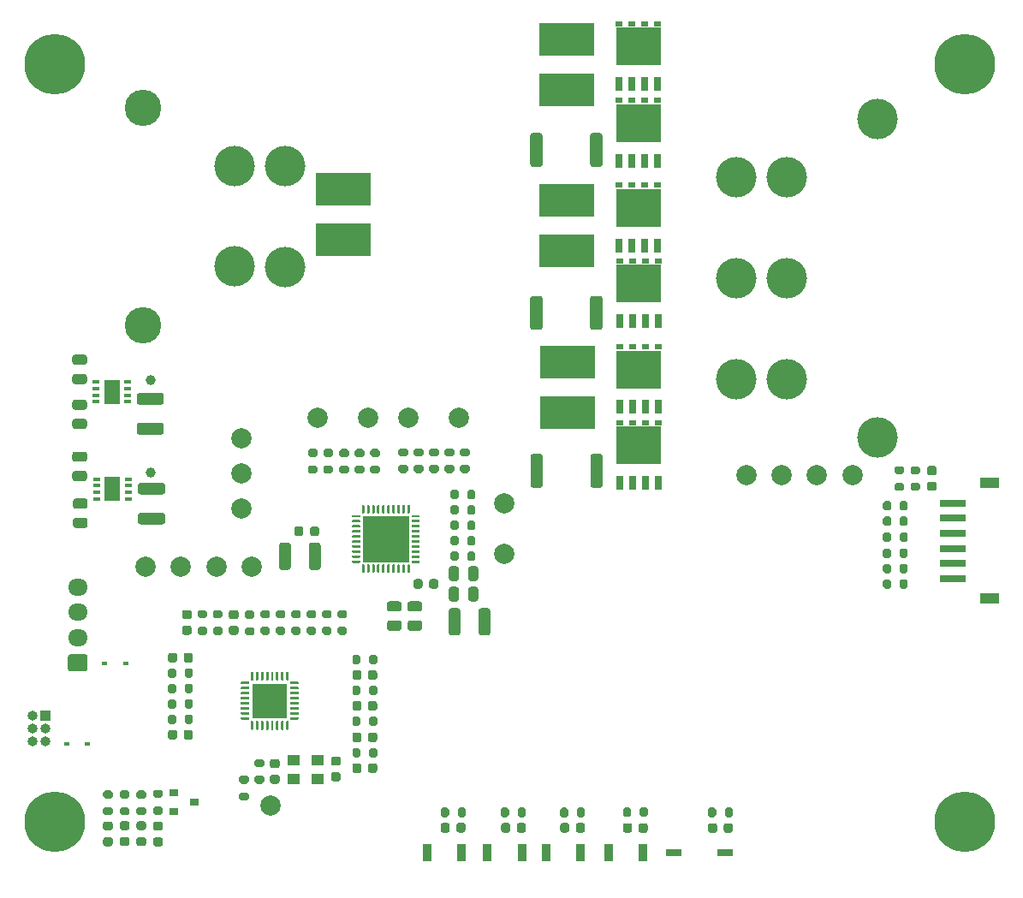
<source format=gbr>
%TF.GenerationSoftware,KiCad,Pcbnew,(5.1.8)-1*%
%TF.CreationDate,2021-03-04T12:58:27-05:00*%
%TF.ProjectId,DRV8353S_dev_board,44525638-3335-4335-935f-6465765f626f,rev?*%
%TF.SameCoordinates,Original*%
%TF.FileFunction,Soldermask,Top*%
%TF.FilePolarity,Negative*%
%FSLAX46Y46*%
G04 Gerber Fmt 4.6, Leading zero omitted, Abs format (unit mm)*
G04 Created by KiCad (PCBNEW (5.1.8)-1) date 2021-03-04 12:58:27*
%MOMM*%
%LPD*%
G01*
G04 APERTURE LIST*
%ADD10R,5.400000X3.200000*%
%ADD11C,6.000001*%
%ADD12C,0.800000*%
%ADD13R,0.600000X0.450000*%
%ADD14C,3.600000*%
%ADD15C,4.000000*%
%ADD16R,1.000000X1.000000*%
%ADD17O,1.000000X1.000000*%
%ADD18O,1.950000X1.700000*%
%ADD19R,0.900000X0.800000*%
%ADD20R,0.900000X1.700000*%
%ADD21R,1.600000X0.760000*%
%ADD22C,1.000000*%
%ADD23R,3.450000X3.450000*%
%ADD24R,0.650000X0.350000*%
%ADD25R,1.550000X2.400000*%
%ADD26R,4.600000X4.600000*%
%ADD27R,1.900000X1.100000*%
%ADD28R,2.500000X0.700000*%
%ADD29R,0.710000X1.320000*%
%ADD30R,0.710000X0.590000*%
%ADD31R,4.520000X3.850000*%
%ADD32C,2.000000*%
%ADD33R,1.300000X1.100000*%
G04 APERTURE END LIST*
%TO.C,C5*%
G36*
G01*
X57942500Y-89212000D02*
X56992500Y-89212000D01*
G75*
G02*
X56742500Y-88962000I0J250000D01*
G01*
X56742500Y-88462000D01*
G75*
G02*
X56992500Y-88212000I250000J0D01*
G01*
X57942500Y-88212000D01*
G75*
G02*
X58192500Y-88462000I0J-250000D01*
G01*
X58192500Y-88962000D01*
G75*
G02*
X57942500Y-89212000I-250000J0D01*
G01*
G37*
G36*
G01*
X57942500Y-91112000D02*
X56992500Y-91112000D01*
G75*
G02*
X56742500Y-90862000I0J250000D01*
G01*
X56742500Y-90362000D01*
G75*
G02*
X56992500Y-90112000I250000J0D01*
G01*
X57942500Y-90112000D01*
G75*
G02*
X58192500Y-90362000I0J-250000D01*
G01*
X58192500Y-90862000D01*
G75*
G02*
X57942500Y-91112000I-250000J0D01*
G01*
G37*
%TD*%
D10*
%TO.C,C34*%
X83566000Y-67350000D03*
X83566000Y-72350000D03*
%TD*%
D11*
%TO.C,REF\u002A\u002A*%
X145000000Y-130000000D03*
D12*
X147250000Y-130000000D03*
X146590990Y-131590990D03*
X145000000Y-132250000D03*
X143409010Y-131590990D03*
X142750000Y-130000000D03*
X143409010Y-128409010D03*
X145000000Y-127750000D03*
X146590990Y-128409010D03*
%TD*%
%TO.C,REF\u002A\u002A*%
X56590990Y-128409010D03*
X55000000Y-127750000D03*
X53409010Y-128409010D03*
X52750000Y-130000000D03*
X53409010Y-131590990D03*
X55000000Y-132250000D03*
X56590990Y-131590990D03*
X57250000Y-130000000D03*
D11*
X55000000Y-130000000D03*
%TD*%
%TO.C,REF\u002A\u002A*%
X55000000Y-55000000D03*
D12*
X57250000Y-55000000D03*
X56590990Y-56590990D03*
X55000000Y-57250000D03*
X53409010Y-56590990D03*
X52750000Y-55000000D03*
X53409010Y-53409010D03*
X55000000Y-52750000D03*
X56590990Y-53409010D03*
%TD*%
%TO.C,REF\u002A\u002A*%
X146590990Y-53409010D03*
X145000000Y-52750000D03*
X143409010Y-53409010D03*
X142750000Y-55000000D03*
X143409010Y-56590990D03*
X145000000Y-57250000D03*
X146590990Y-56590990D03*
X147250000Y-55000000D03*
D11*
X145000000Y-55000000D03*
%TD*%
%TO.C,C1*%
G36*
G01*
X77021500Y-126193000D02*
X76521500Y-126193000D01*
G75*
G02*
X76296500Y-125968000I0J225000D01*
G01*
X76296500Y-125518000D01*
G75*
G02*
X76521500Y-125293000I225000J0D01*
G01*
X77021500Y-125293000D01*
G75*
G02*
X77246500Y-125518000I0J-225000D01*
G01*
X77246500Y-125968000D01*
G75*
G02*
X77021500Y-126193000I-225000J0D01*
G01*
G37*
G36*
G01*
X77021500Y-124643000D02*
X76521500Y-124643000D01*
G75*
G02*
X76296500Y-124418000I0J225000D01*
G01*
X76296500Y-123968000D01*
G75*
G02*
X76521500Y-123743000I225000J0D01*
G01*
X77021500Y-123743000D01*
G75*
G02*
X77246500Y-123968000I0J-225000D01*
G01*
X77246500Y-124418000D01*
G75*
G02*
X77021500Y-124643000I-225000J0D01*
G01*
G37*
%TD*%
%TO.C,C2*%
G36*
G01*
X56992500Y-95255500D02*
X57942500Y-95255500D01*
G75*
G02*
X58192500Y-95505500I0J-250000D01*
G01*
X58192500Y-96005500D01*
G75*
G02*
X57942500Y-96255500I-250000J0D01*
G01*
X56992500Y-96255500D01*
G75*
G02*
X56742500Y-96005500I0J250000D01*
G01*
X56742500Y-95505500D01*
G75*
G02*
X56992500Y-95255500I250000J0D01*
G01*
G37*
G36*
G01*
X56992500Y-93355500D02*
X57942500Y-93355500D01*
G75*
G02*
X58192500Y-93605500I0J-250000D01*
G01*
X58192500Y-94105500D01*
G75*
G02*
X57942500Y-94355500I-250000J0D01*
G01*
X56992500Y-94355500D01*
G75*
G02*
X56742500Y-94105500I0J250000D01*
G01*
X56742500Y-93605500D01*
G75*
G02*
X56992500Y-93355500I250000J0D01*
G01*
G37*
%TD*%
%TO.C,C3*%
G36*
G01*
X56992500Y-83767000D02*
X57942500Y-83767000D01*
G75*
G02*
X58192500Y-84017000I0J-250000D01*
G01*
X58192500Y-84517000D01*
G75*
G02*
X57942500Y-84767000I-250000J0D01*
G01*
X56992500Y-84767000D01*
G75*
G02*
X56742500Y-84517000I0J250000D01*
G01*
X56742500Y-84017000D01*
G75*
G02*
X56992500Y-83767000I250000J0D01*
G01*
G37*
G36*
G01*
X56992500Y-85667000D02*
X57942500Y-85667000D01*
G75*
G02*
X58192500Y-85917000I0J-250000D01*
G01*
X58192500Y-86417000D01*
G75*
G02*
X57942500Y-86667000I-250000J0D01*
G01*
X56992500Y-86667000D01*
G75*
G02*
X56742500Y-86417000I0J250000D01*
G01*
X56742500Y-85917000D01*
G75*
G02*
X56992500Y-85667000I250000J0D01*
G01*
G37*
%TD*%
%TO.C,C4*%
G36*
G01*
X58006000Y-100891000D02*
X57056000Y-100891000D01*
G75*
G02*
X56806000Y-100641000I0J250000D01*
G01*
X56806000Y-100141000D01*
G75*
G02*
X57056000Y-99891000I250000J0D01*
G01*
X58006000Y-99891000D01*
G75*
G02*
X58256000Y-100141000I0J-250000D01*
G01*
X58256000Y-100641000D01*
G75*
G02*
X58006000Y-100891000I-250000J0D01*
G01*
G37*
G36*
G01*
X58006000Y-98991000D02*
X57056000Y-98991000D01*
G75*
G02*
X56806000Y-98741000I0J250000D01*
G01*
X56806000Y-98241000D01*
G75*
G02*
X57056000Y-97991000I250000J0D01*
G01*
X58006000Y-97991000D01*
G75*
G02*
X58256000Y-98241000I0J-250000D01*
G01*
X58256000Y-98741000D01*
G75*
G02*
X58006000Y-98991000I-250000J0D01*
G01*
G37*
%TD*%
%TO.C,C6*%
G36*
G01*
X82554000Y-125052000D02*
X83054000Y-125052000D01*
G75*
G02*
X83279000Y-125277000I0J-225000D01*
G01*
X83279000Y-125727000D01*
G75*
G02*
X83054000Y-125952000I-225000J0D01*
G01*
X82554000Y-125952000D01*
G75*
G02*
X82329000Y-125727000I0J225000D01*
G01*
X82329000Y-125277000D01*
G75*
G02*
X82554000Y-125052000I225000J0D01*
G01*
G37*
G36*
G01*
X82554000Y-123502000D02*
X83054000Y-123502000D01*
G75*
G02*
X83279000Y-123727000I0J-225000D01*
G01*
X83279000Y-124177000D01*
G75*
G02*
X83054000Y-124402000I-225000J0D01*
G01*
X82554000Y-124402000D01*
G75*
G02*
X82329000Y-124177000I0J225000D01*
G01*
X82329000Y-123727000D01*
G75*
G02*
X82554000Y-123502000I225000J0D01*
G01*
G37*
%TD*%
%TO.C,C7*%
G36*
G01*
X121165800Y-130818700D02*
X121165800Y-130318700D01*
G75*
G02*
X121390800Y-130093700I225000J0D01*
G01*
X121840800Y-130093700D01*
G75*
G02*
X122065800Y-130318700I0J-225000D01*
G01*
X122065800Y-130818700D01*
G75*
G02*
X121840800Y-131043700I-225000J0D01*
G01*
X121390800Y-131043700D01*
G75*
G02*
X121165800Y-130818700I0J225000D01*
G01*
G37*
G36*
G01*
X119615800Y-130818700D02*
X119615800Y-130318700D01*
G75*
G02*
X119840800Y-130093700I225000J0D01*
G01*
X120290800Y-130093700D01*
G75*
G02*
X120515800Y-130318700I0J-225000D01*
G01*
X120515800Y-130818700D01*
G75*
G02*
X120290800Y-131043700I-225000J0D01*
G01*
X119840800Y-131043700D01*
G75*
G02*
X119615800Y-130818700I0J225000D01*
G01*
G37*
%TD*%
%TO.C,C8*%
G36*
G01*
X111195400Y-130818700D02*
X111195400Y-130318700D01*
G75*
G02*
X111420400Y-130093700I225000J0D01*
G01*
X111870400Y-130093700D01*
G75*
G02*
X112095400Y-130318700I0J-225000D01*
G01*
X112095400Y-130818700D01*
G75*
G02*
X111870400Y-131043700I-225000J0D01*
G01*
X111420400Y-131043700D01*
G75*
G02*
X111195400Y-130818700I0J225000D01*
G01*
G37*
G36*
G01*
X112745400Y-130818700D02*
X112745400Y-130318700D01*
G75*
G02*
X112970400Y-130093700I225000J0D01*
G01*
X113420400Y-130093700D01*
G75*
G02*
X113645400Y-130318700I0J-225000D01*
G01*
X113645400Y-130818700D01*
G75*
G02*
X113420400Y-131043700I-225000J0D01*
G01*
X112970400Y-131043700D01*
G75*
G02*
X112745400Y-130818700I0J225000D01*
G01*
G37*
%TD*%
%TO.C,C9*%
G36*
G01*
X106548100Y-130793300D02*
X106548100Y-130293300D01*
G75*
G02*
X106773100Y-130068300I225000J0D01*
G01*
X107223100Y-130068300D01*
G75*
G02*
X107448100Y-130293300I0J-225000D01*
G01*
X107448100Y-130793300D01*
G75*
G02*
X107223100Y-131018300I-225000J0D01*
G01*
X106773100Y-131018300D01*
G75*
G02*
X106548100Y-130793300I0J225000D01*
G01*
G37*
G36*
G01*
X104998100Y-130793300D02*
X104998100Y-130293300D01*
G75*
G02*
X105223100Y-130068300I225000J0D01*
G01*
X105673100Y-130068300D01*
G75*
G02*
X105898100Y-130293300I0J-225000D01*
G01*
X105898100Y-130793300D01*
G75*
G02*
X105673100Y-131018300I-225000J0D01*
G01*
X105223100Y-131018300D01*
G75*
G02*
X104998100Y-130793300I0J225000D01*
G01*
G37*
%TD*%
%TO.C,C10*%
G36*
G01*
X99155500Y-130806000D02*
X99155500Y-130306000D01*
G75*
G02*
X99380500Y-130081000I225000J0D01*
G01*
X99830500Y-130081000D01*
G75*
G02*
X100055500Y-130306000I0J-225000D01*
G01*
X100055500Y-130806000D01*
G75*
G02*
X99830500Y-131031000I-225000J0D01*
G01*
X99380500Y-131031000D01*
G75*
G02*
X99155500Y-130806000I0J225000D01*
G01*
G37*
G36*
G01*
X100705500Y-130806000D02*
X100705500Y-130306000D01*
G75*
G02*
X100930500Y-130081000I225000J0D01*
G01*
X101380500Y-130081000D01*
G75*
G02*
X101605500Y-130306000I0J-225000D01*
G01*
X101605500Y-130806000D01*
G75*
G02*
X101380500Y-131031000I-225000J0D01*
G01*
X100930500Y-131031000D01*
G75*
G02*
X100705500Y-130806000I0J225000D01*
G01*
G37*
%TD*%
%TO.C,C11*%
G36*
G01*
X94724100Y-130793300D02*
X94724100Y-130293300D01*
G75*
G02*
X94949100Y-130068300I225000J0D01*
G01*
X95399100Y-130068300D01*
G75*
G02*
X95624100Y-130293300I0J-225000D01*
G01*
X95624100Y-130793300D01*
G75*
G02*
X95399100Y-131018300I-225000J0D01*
G01*
X94949100Y-131018300D01*
G75*
G02*
X94724100Y-130793300I0J225000D01*
G01*
G37*
G36*
G01*
X93174100Y-130793300D02*
X93174100Y-130293300D01*
G75*
G02*
X93399100Y-130068300I225000J0D01*
G01*
X93849100Y-130068300D01*
G75*
G02*
X94074100Y-130293300I0J-225000D01*
G01*
X94074100Y-130793300D01*
G75*
G02*
X93849100Y-131018300I-225000J0D01*
G01*
X93399100Y-131018300D01*
G75*
G02*
X93174100Y-130793300I0J225000D01*
G01*
G37*
%TD*%
%TO.C,C12*%
G36*
G01*
X63479499Y-99388500D02*
X65679501Y-99388500D01*
G75*
G02*
X65929500Y-99638499I0J-249999D01*
G01*
X65929500Y-100288501D01*
G75*
G02*
X65679501Y-100538500I-249999J0D01*
G01*
X63479499Y-100538500D01*
G75*
G02*
X63229500Y-100288501I0J249999D01*
G01*
X63229500Y-99638499D01*
G75*
G02*
X63479499Y-99388500I249999J0D01*
G01*
G37*
G36*
G01*
X63479499Y-96438500D02*
X65679501Y-96438500D01*
G75*
G02*
X65929500Y-96688499I0J-249999D01*
G01*
X65929500Y-97338501D01*
G75*
G02*
X65679501Y-97588500I-249999J0D01*
G01*
X63479499Y-97588500D01*
G75*
G02*
X63229500Y-97338501I0J249999D01*
G01*
X63229500Y-96688499D01*
G75*
G02*
X63479499Y-96438500I249999J0D01*
G01*
G37*
%TD*%
%TO.C,C13*%
G36*
G01*
X63352499Y-87548500D02*
X65552501Y-87548500D01*
G75*
G02*
X65802500Y-87798499I0J-249999D01*
G01*
X65802500Y-88448501D01*
G75*
G02*
X65552501Y-88698500I-249999J0D01*
G01*
X63352499Y-88698500D01*
G75*
G02*
X63102500Y-88448501I0J249999D01*
G01*
X63102500Y-87798499D01*
G75*
G02*
X63352499Y-87548500I249999J0D01*
G01*
G37*
G36*
G01*
X63352499Y-90498500D02*
X65552501Y-90498500D01*
G75*
G02*
X65802500Y-90748499I0J-249999D01*
G01*
X65802500Y-91398501D01*
G75*
G02*
X65552501Y-91648500I-249999J0D01*
G01*
X63352499Y-91648500D01*
G75*
G02*
X63102500Y-91398501I0J249999D01*
G01*
X63102500Y-90748499D01*
G75*
G02*
X63352499Y-90498500I249999J0D01*
G01*
G37*
%TD*%
%TO.C,C17*%
G36*
G01*
X85986500Y-124900500D02*
X85986500Y-124400500D01*
G75*
G02*
X86211500Y-124175500I225000J0D01*
G01*
X86661500Y-124175500D01*
G75*
G02*
X86886500Y-124400500I0J-225000D01*
G01*
X86886500Y-124900500D01*
G75*
G02*
X86661500Y-125125500I-225000J0D01*
G01*
X86211500Y-125125500D01*
G75*
G02*
X85986500Y-124900500I0J225000D01*
G01*
G37*
G36*
G01*
X84436500Y-124900500D02*
X84436500Y-124400500D01*
G75*
G02*
X84661500Y-124175500I225000J0D01*
G01*
X85111500Y-124175500D01*
G75*
G02*
X85336500Y-124400500I0J-225000D01*
G01*
X85336500Y-124900500D01*
G75*
G02*
X85111500Y-125125500I-225000J0D01*
G01*
X84661500Y-125125500D01*
G75*
G02*
X84436500Y-124900500I0J225000D01*
G01*
G37*
%TD*%
%TO.C,C18*%
G36*
G01*
X84436500Y-121852500D02*
X84436500Y-121352500D01*
G75*
G02*
X84661500Y-121127500I225000J0D01*
G01*
X85111500Y-121127500D01*
G75*
G02*
X85336500Y-121352500I0J-225000D01*
G01*
X85336500Y-121852500D01*
G75*
G02*
X85111500Y-122077500I-225000J0D01*
G01*
X84661500Y-122077500D01*
G75*
G02*
X84436500Y-121852500I0J225000D01*
G01*
G37*
G36*
G01*
X85986500Y-121852500D02*
X85986500Y-121352500D01*
G75*
G02*
X86211500Y-121127500I225000J0D01*
G01*
X86661500Y-121127500D01*
G75*
G02*
X86886500Y-121352500I0J-225000D01*
G01*
X86886500Y-121852500D01*
G75*
G02*
X86661500Y-122077500I-225000J0D01*
G01*
X86211500Y-122077500D01*
G75*
G02*
X85986500Y-121852500I0J225000D01*
G01*
G37*
%TD*%
%TO.C,C19*%
G36*
G01*
X72957500Y-111461000D02*
X72457500Y-111461000D01*
G75*
G02*
X72232500Y-111236000I0J225000D01*
G01*
X72232500Y-110786000D01*
G75*
G02*
X72457500Y-110561000I225000J0D01*
G01*
X72957500Y-110561000D01*
G75*
G02*
X73182500Y-110786000I0J-225000D01*
G01*
X73182500Y-111236000D01*
G75*
G02*
X72957500Y-111461000I-225000J0D01*
G01*
G37*
G36*
G01*
X72957500Y-109911000D02*
X72457500Y-109911000D01*
G75*
G02*
X72232500Y-109686000I0J225000D01*
G01*
X72232500Y-109236000D01*
G75*
G02*
X72457500Y-109011000I225000J0D01*
G01*
X72957500Y-109011000D01*
G75*
G02*
X73182500Y-109236000I0J-225000D01*
G01*
X73182500Y-109686000D01*
G75*
G02*
X72957500Y-109911000I-225000J0D01*
G01*
G37*
%TD*%
%TO.C,C20*%
G36*
G01*
X85986500Y-118741000D02*
X85986500Y-118241000D01*
G75*
G02*
X86211500Y-118016000I225000J0D01*
G01*
X86661500Y-118016000D01*
G75*
G02*
X86886500Y-118241000I0J-225000D01*
G01*
X86886500Y-118741000D01*
G75*
G02*
X86661500Y-118966000I-225000J0D01*
G01*
X86211500Y-118966000D01*
G75*
G02*
X85986500Y-118741000I0J225000D01*
G01*
G37*
G36*
G01*
X84436500Y-118741000D02*
X84436500Y-118241000D01*
G75*
G02*
X84661500Y-118016000I225000J0D01*
G01*
X85111500Y-118016000D01*
G75*
G02*
X85336500Y-118241000I0J-225000D01*
G01*
X85336500Y-118741000D01*
G75*
G02*
X85111500Y-118966000I-225000J0D01*
G01*
X84661500Y-118966000D01*
G75*
G02*
X84436500Y-118741000I0J225000D01*
G01*
G37*
%TD*%
%TO.C,C21*%
G36*
G01*
X68322000Y-109911000D02*
X67822000Y-109911000D01*
G75*
G02*
X67597000Y-109686000I0J225000D01*
G01*
X67597000Y-109236000D01*
G75*
G02*
X67822000Y-109011000I225000J0D01*
G01*
X68322000Y-109011000D01*
G75*
G02*
X68547000Y-109236000I0J-225000D01*
G01*
X68547000Y-109686000D01*
G75*
G02*
X68322000Y-109911000I-225000J0D01*
G01*
G37*
G36*
G01*
X68322000Y-111461000D02*
X67822000Y-111461000D01*
G75*
G02*
X67597000Y-111236000I0J225000D01*
G01*
X67597000Y-110786000D01*
G75*
G02*
X67822000Y-110561000I225000J0D01*
G01*
X68322000Y-110561000D01*
G75*
G02*
X68547000Y-110786000I0J-225000D01*
G01*
X68547000Y-111236000D01*
G75*
G02*
X68322000Y-111461000I-225000J0D01*
G01*
G37*
%TD*%
%TO.C,C22*%
G36*
G01*
X68662000Y-121098500D02*
X68662000Y-121598500D01*
G75*
G02*
X68437000Y-121823500I-225000J0D01*
G01*
X67987000Y-121823500D01*
G75*
G02*
X67762000Y-121598500I0J225000D01*
G01*
X67762000Y-121098500D01*
G75*
G02*
X67987000Y-120873500I225000J0D01*
G01*
X68437000Y-120873500D01*
G75*
G02*
X68662000Y-121098500I0J-225000D01*
G01*
G37*
G36*
G01*
X67112000Y-121098500D02*
X67112000Y-121598500D01*
G75*
G02*
X66887000Y-121823500I-225000J0D01*
G01*
X66437000Y-121823500D01*
G75*
G02*
X66212000Y-121598500I0J225000D01*
G01*
X66212000Y-121098500D01*
G75*
G02*
X66437000Y-120873500I225000J0D01*
G01*
X66887000Y-120873500D01*
G75*
G02*
X67112000Y-121098500I0J-225000D01*
G01*
G37*
%TD*%
%TO.C,C23*%
G36*
G01*
X67112000Y-113478500D02*
X67112000Y-113978500D01*
G75*
G02*
X66887000Y-114203500I-225000J0D01*
G01*
X66437000Y-114203500D01*
G75*
G02*
X66212000Y-113978500I0J225000D01*
G01*
X66212000Y-113478500D01*
G75*
G02*
X66437000Y-113253500I225000J0D01*
G01*
X66887000Y-113253500D01*
G75*
G02*
X67112000Y-113478500I0J-225000D01*
G01*
G37*
G36*
G01*
X68662000Y-113478500D02*
X68662000Y-113978500D01*
G75*
G02*
X68437000Y-114203500I-225000J0D01*
G01*
X67987000Y-114203500D01*
G75*
G02*
X67762000Y-113978500I0J225000D01*
G01*
X67762000Y-113478500D01*
G75*
G02*
X67987000Y-113253500I225000J0D01*
G01*
X68437000Y-113253500D01*
G75*
G02*
X68662000Y-113478500I0J-225000D01*
G01*
G37*
%TD*%
%TO.C,C24*%
G36*
G01*
X98076500Y-109072499D02*
X98076500Y-111272501D01*
G75*
G02*
X97826501Y-111522500I-249999J0D01*
G01*
X97176499Y-111522500D01*
G75*
G02*
X96926500Y-111272501I0J249999D01*
G01*
X96926500Y-109072499D01*
G75*
G02*
X97176499Y-108822500I249999J0D01*
G01*
X97826501Y-108822500D01*
G75*
G02*
X98076500Y-109072499I0J-249999D01*
G01*
G37*
G36*
G01*
X95126500Y-109072499D02*
X95126500Y-111272501D01*
G75*
G02*
X94876501Y-111522500I-249999J0D01*
G01*
X94226499Y-111522500D01*
G75*
G02*
X93976500Y-111272501I0J249999D01*
G01*
X93976500Y-109072499D01*
G75*
G02*
X94226499Y-108822500I249999J0D01*
G01*
X94876501Y-108822500D01*
G75*
G02*
X95126500Y-109072499I0J-249999D01*
G01*
G37*
%TD*%
%TO.C,C25*%
G36*
G01*
X95890500Y-107917000D02*
X95890500Y-106967000D01*
G75*
G02*
X96140500Y-106717000I250000J0D01*
G01*
X96640500Y-106717000D01*
G75*
G02*
X96890500Y-106967000I0J-250000D01*
G01*
X96890500Y-107917000D01*
G75*
G02*
X96640500Y-108167000I-250000J0D01*
G01*
X96140500Y-108167000D01*
G75*
G02*
X95890500Y-107917000I0J250000D01*
G01*
G37*
G36*
G01*
X93990500Y-107917000D02*
X93990500Y-106967000D01*
G75*
G02*
X94240500Y-106717000I250000J0D01*
G01*
X94740500Y-106717000D01*
G75*
G02*
X94990500Y-106967000I0J-250000D01*
G01*
X94990500Y-107917000D01*
G75*
G02*
X94740500Y-108167000I-250000J0D01*
G01*
X94240500Y-108167000D01*
G75*
G02*
X93990500Y-107917000I0J250000D01*
G01*
G37*
%TD*%
%TO.C,C26*%
G36*
G01*
X88107500Y-108151000D02*
X89057500Y-108151000D01*
G75*
G02*
X89307500Y-108401000I0J-250000D01*
G01*
X89307500Y-108901000D01*
G75*
G02*
X89057500Y-109151000I-250000J0D01*
G01*
X88107500Y-109151000D01*
G75*
G02*
X87857500Y-108901000I0J250000D01*
G01*
X87857500Y-108401000D01*
G75*
G02*
X88107500Y-108151000I250000J0D01*
G01*
G37*
G36*
G01*
X88107500Y-110051000D02*
X89057500Y-110051000D01*
G75*
G02*
X89307500Y-110301000I0J-250000D01*
G01*
X89307500Y-110801000D01*
G75*
G02*
X89057500Y-111051000I-250000J0D01*
G01*
X88107500Y-111051000D01*
G75*
G02*
X87857500Y-110801000I0J250000D01*
G01*
X87857500Y-110301000D01*
G75*
G02*
X88107500Y-110051000I250000J0D01*
G01*
G37*
%TD*%
%TO.C,C27*%
G36*
G01*
X78348000Y-102595499D02*
X78348000Y-104795501D01*
G75*
G02*
X78098001Y-105045500I-249999J0D01*
G01*
X77447999Y-105045500D01*
G75*
G02*
X77198000Y-104795501I0J249999D01*
G01*
X77198000Y-102595499D01*
G75*
G02*
X77447999Y-102345500I249999J0D01*
G01*
X78098001Y-102345500D01*
G75*
G02*
X78348000Y-102595499I0J-249999D01*
G01*
G37*
G36*
G01*
X81298000Y-102595499D02*
X81298000Y-104795501D01*
G75*
G02*
X81048001Y-105045500I-249999J0D01*
G01*
X80397999Y-105045500D01*
G75*
G02*
X80148000Y-104795501I0J249999D01*
G01*
X80148000Y-102595499D01*
G75*
G02*
X80397999Y-102345500I249999J0D01*
G01*
X81048001Y-102345500D01*
G75*
G02*
X81298000Y-102595499I0J-249999D01*
G01*
G37*
%TD*%
%TO.C,C28*%
G36*
G01*
X90139500Y-110051000D02*
X91089500Y-110051000D01*
G75*
G02*
X91339500Y-110301000I0J-250000D01*
G01*
X91339500Y-110801000D01*
G75*
G02*
X91089500Y-111051000I-250000J0D01*
G01*
X90139500Y-111051000D01*
G75*
G02*
X89889500Y-110801000I0J250000D01*
G01*
X89889500Y-110301000D01*
G75*
G02*
X90139500Y-110051000I250000J0D01*
G01*
G37*
G36*
G01*
X90139500Y-108151000D02*
X91089500Y-108151000D01*
G75*
G02*
X91339500Y-108401000I0J-250000D01*
G01*
X91339500Y-108901000D01*
G75*
G02*
X91089500Y-109151000I-250000J0D01*
G01*
X90139500Y-109151000D01*
G75*
G02*
X89889500Y-108901000I0J250000D01*
G01*
X89889500Y-108401000D01*
G75*
G02*
X90139500Y-108151000I250000J0D01*
G01*
G37*
%TD*%
%TO.C,C31*%
G36*
G01*
X96888000Y-104935000D02*
X96888000Y-105885000D01*
G75*
G02*
X96638000Y-106135000I-250000J0D01*
G01*
X96138000Y-106135000D01*
G75*
G02*
X95888000Y-105885000I0J250000D01*
G01*
X95888000Y-104935000D01*
G75*
G02*
X96138000Y-104685000I250000J0D01*
G01*
X96638000Y-104685000D01*
G75*
G02*
X96888000Y-104935000I0J-250000D01*
G01*
G37*
G36*
G01*
X94988000Y-104935000D02*
X94988000Y-105885000D01*
G75*
G02*
X94738000Y-106135000I-250000J0D01*
G01*
X94238000Y-106135000D01*
G75*
G02*
X93988000Y-105885000I0J250000D01*
G01*
X93988000Y-104935000D01*
G75*
G02*
X94238000Y-104685000I250000J0D01*
G01*
X94738000Y-104685000D01*
G75*
G02*
X94988000Y-104935000I0J-250000D01*
G01*
G37*
%TD*%
%TO.C,C32*%
G36*
G01*
X92932000Y-106176000D02*
X92932000Y-106676000D01*
G75*
G02*
X92707000Y-106901000I-225000J0D01*
G01*
X92257000Y-106901000D01*
G75*
G02*
X92032000Y-106676000I0J225000D01*
G01*
X92032000Y-106176000D01*
G75*
G02*
X92257000Y-105951000I225000J0D01*
G01*
X92707000Y-105951000D01*
G75*
G02*
X92932000Y-106176000I0J-225000D01*
G01*
G37*
G36*
G01*
X91382000Y-106176000D02*
X91382000Y-106676000D01*
G75*
G02*
X91157000Y-106901000I-225000J0D01*
G01*
X90707000Y-106901000D01*
G75*
G02*
X90482000Y-106676000I0J225000D01*
G01*
X90482000Y-106176000D01*
G75*
G02*
X90707000Y-105951000I225000J0D01*
G01*
X91157000Y-105951000D01*
G75*
G02*
X91382000Y-106176000I0J-225000D01*
G01*
G37*
%TD*%
%TO.C,L1*%
G36*
G01*
X60517750Y-132378000D02*
X60005250Y-132378000D01*
G75*
G02*
X59786500Y-132159250I0J218750D01*
G01*
X59786500Y-131721750D01*
G75*
G02*
X60005250Y-131503000I218750J0D01*
G01*
X60517750Y-131503000D01*
G75*
G02*
X60736500Y-131721750I0J-218750D01*
G01*
X60736500Y-132159250D01*
G75*
G02*
X60517750Y-132378000I-218750J0D01*
G01*
G37*
G36*
G01*
X60517750Y-130803000D02*
X60005250Y-130803000D01*
G75*
G02*
X59786500Y-130584250I0J218750D01*
G01*
X59786500Y-130146750D01*
G75*
G02*
X60005250Y-129928000I218750J0D01*
G01*
X60517750Y-129928000D01*
G75*
G02*
X60736500Y-130146750I0J-218750D01*
G01*
X60736500Y-130584250D01*
G75*
G02*
X60517750Y-130803000I-218750J0D01*
G01*
G37*
%TD*%
%TO.C,L2*%
G36*
G01*
X62168750Y-130777500D02*
X61656250Y-130777500D01*
G75*
G02*
X61437500Y-130558750I0J218750D01*
G01*
X61437500Y-130121250D01*
G75*
G02*
X61656250Y-129902500I218750J0D01*
G01*
X62168750Y-129902500D01*
G75*
G02*
X62387500Y-130121250I0J-218750D01*
G01*
X62387500Y-130558750D01*
G75*
G02*
X62168750Y-130777500I-218750J0D01*
G01*
G37*
G36*
G01*
X62168750Y-132352500D02*
X61656250Y-132352500D01*
G75*
G02*
X61437500Y-132133750I0J218750D01*
G01*
X61437500Y-131696250D01*
G75*
G02*
X61656250Y-131477500I218750J0D01*
G01*
X62168750Y-131477500D01*
G75*
G02*
X62387500Y-131696250I0J-218750D01*
G01*
X62387500Y-132133750D01*
G75*
G02*
X62168750Y-132352500I-218750J0D01*
G01*
G37*
%TD*%
%TO.C,L3*%
G36*
G01*
X63819750Y-130777500D02*
X63307250Y-130777500D01*
G75*
G02*
X63088500Y-130558750I0J218750D01*
G01*
X63088500Y-130121250D01*
G75*
G02*
X63307250Y-129902500I218750J0D01*
G01*
X63819750Y-129902500D01*
G75*
G02*
X64038500Y-130121250I0J-218750D01*
G01*
X64038500Y-130558750D01*
G75*
G02*
X63819750Y-130777500I-218750J0D01*
G01*
G37*
G36*
G01*
X63819750Y-132352500D02*
X63307250Y-132352500D01*
G75*
G02*
X63088500Y-132133750I0J218750D01*
G01*
X63088500Y-131696250D01*
G75*
G02*
X63307250Y-131477500I218750J0D01*
G01*
X63819750Y-131477500D01*
G75*
G02*
X64038500Y-131696250I0J-218750D01*
G01*
X64038500Y-132133750D01*
G75*
G02*
X63819750Y-132352500I-218750J0D01*
G01*
G37*
%TD*%
D13*
%TO.C,D4*%
X56163500Y-122237500D03*
X58263500Y-122237500D03*
%TD*%
%TO.C,D5*%
X62010000Y-114300000D03*
X59910000Y-114300000D03*
%TD*%
%TO.C,L4*%
G36*
G01*
X65470750Y-132378000D02*
X64958250Y-132378000D01*
G75*
G02*
X64739500Y-132159250I0J218750D01*
G01*
X64739500Y-131721750D01*
G75*
G02*
X64958250Y-131503000I218750J0D01*
G01*
X65470750Y-131503000D01*
G75*
G02*
X65689500Y-131721750I0J-218750D01*
G01*
X65689500Y-132159250D01*
G75*
G02*
X65470750Y-132378000I-218750J0D01*
G01*
G37*
G36*
G01*
X65470750Y-130803000D02*
X64958250Y-130803000D01*
G75*
G02*
X64739500Y-130584250I0J218750D01*
G01*
X64739500Y-130146750D01*
G75*
G02*
X64958250Y-129928000I218750J0D01*
G01*
X65470750Y-129928000D01*
G75*
G02*
X65689500Y-130146750I0J-218750D01*
G01*
X65689500Y-130584250D01*
G75*
G02*
X65470750Y-130803000I-218750J0D01*
G01*
G37*
%TD*%
%TO.C,FB1*%
G36*
G01*
X81146000Y-100962750D02*
X81146000Y-101475250D01*
G75*
G02*
X80927250Y-101694000I-218750J0D01*
G01*
X80489750Y-101694000D01*
G75*
G02*
X80271000Y-101475250I0J218750D01*
G01*
X80271000Y-100962750D01*
G75*
G02*
X80489750Y-100744000I218750J0D01*
G01*
X80927250Y-100744000D01*
G75*
G02*
X81146000Y-100962750I0J-218750D01*
G01*
G37*
G36*
G01*
X79571000Y-100962750D02*
X79571000Y-101475250D01*
G75*
G02*
X79352250Y-101694000I-218750J0D01*
G01*
X78914750Y-101694000D01*
G75*
G02*
X78696000Y-101475250I0J218750D01*
G01*
X78696000Y-100962750D01*
G75*
G02*
X78914750Y-100744000I218750J0D01*
G01*
X79352250Y-100744000D01*
G75*
G02*
X79571000Y-100962750I0J-218750D01*
G01*
G37*
%TD*%
D14*
%TO.C,MOT_DC*%
X63754000Y-80835500D03*
D15*
X72754000Y-75005500D03*
X77754000Y-75105500D03*
X72754000Y-65105500D03*
X77754000Y-65105500D03*
D14*
X63754000Y-59375500D03*
%TD*%
D16*
%TO.C,SWD*%
X54038500Y-119443500D03*
D17*
X52768500Y-119443500D03*
X54038500Y-120713500D03*
X52768500Y-120713500D03*
X54038500Y-121983500D03*
X52768500Y-121983500D03*
%TD*%
D18*
%TO.C,EXTERNAL UART*%
X57277000Y-106736500D03*
X57277000Y-109236500D03*
X57277000Y-111736500D03*
G36*
G01*
X58002000Y-115086500D02*
X56552000Y-115086500D01*
G75*
G02*
X56302000Y-114836500I0J250000D01*
G01*
X56302000Y-113636500D01*
G75*
G02*
X56552000Y-113386500I250000J0D01*
G01*
X58002000Y-113386500D01*
G75*
G02*
X58252000Y-113636500I0J-250000D01*
G01*
X58252000Y-114836500D01*
G75*
G02*
X58002000Y-115086500I-250000J0D01*
G01*
G37*
%TD*%
D15*
%TO.C,MOT_AC*%
X136398000Y-60452000D03*
X127398000Y-66182000D03*
X122398000Y-66182000D03*
X127398000Y-76182000D03*
X122398000Y-76182000D03*
X122398000Y-86182000D03*
X127398000Y-86182000D03*
X136398000Y-91912000D03*
%TD*%
D19*
%TO.C,Q1*%
X66818000Y-127066000D03*
X66818000Y-128966000D03*
X68818000Y-128016000D03*
%TD*%
%TO.C,R6*%
G36*
G01*
X60536500Y-127654000D02*
X59986500Y-127654000D01*
G75*
G02*
X59786500Y-127454000I0J200000D01*
G01*
X59786500Y-127054000D01*
G75*
G02*
X59986500Y-126854000I200000J0D01*
G01*
X60536500Y-126854000D01*
G75*
G02*
X60736500Y-127054000I0J-200000D01*
G01*
X60736500Y-127454000D01*
G75*
G02*
X60536500Y-127654000I-200000J0D01*
G01*
G37*
G36*
G01*
X60536500Y-129304000D02*
X59986500Y-129304000D01*
G75*
G02*
X59786500Y-129104000I0J200000D01*
G01*
X59786500Y-128704000D01*
G75*
G02*
X59986500Y-128504000I200000J0D01*
G01*
X60536500Y-128504000D01*
G75*
G02*
X60736500Y-128704000I0J-200000D01*
G01*
X60736500Y-129104000D01*
G75*
G02*
X60536500Y-129304000I-200000J0D01*
G01*
G37*
%TD*%
%TO.C,R7*%
G36*
G01*
X62187500Y-127655000D02*
X61637500Y-127655000D01*
G75*
G02*
X61437500Y-127455000I0J200000D01*
G01*
X61437500Y-127055000D01*
G75*
G02*
X61637500Y-126855000I200000J0D01*
G01*
X62187500Y-126855000D01*
G75*
G02*
X62387500Y-127055000I0J-200000D01*
G01*
X62387500Y-127455000D01*
G75*
G02*
X62187500Y-127655000I-200000J0D01*
G01*
G37*
G36*
G01*
X62187500Y-129305000D02*
X61637500Y-129305000D01*
G75*
G02*
X61437500Y-129105000I0J200000D01*
G01*
X61437500Y-128705000D01*
G75*
G02*
X61637500Y-128505000I200000J0D01*
G01*
X62187500Y-128505000D01*
G75*
G02*
X62387500Y-128705000I0J-200000D01*
G01*
X62387500Y-129105000D01*
G75*
G02*
X62187500Y-129305000I-200000J0D01*
G01*
G37*
%TD*%
%TO.C,R8*%
G36*
G01*
X63838500Y-127654500D02*
X63288500Y-127654500D01*
G75*
G02*
X63088500Y-127454500I0J200000D01*
G01*
X63088500Y-127054500D01*
G75*
G02*
X63288500Y-126854500I200000J0D01*
G01*
X63838500Y-126854500D01*
G75*
G02*
X64038500Y-127054500I0J-200000D01*
G01*
X64038500Y-127454500D01*
G75*
G02*
X63838500Y-127654500I-200000J0D01*
G01*
G37*
G36*
G01*
X63838500Y-129304500D02*
X63288500Y-129304500D01*
G75*
G02*
X63088500Y-129104500I0J200000D01*
G01*
X63088500Y-128704500D01*
G75*
G02*
X63288500Y-128504500I200000J0D01*
G01*
X63838500Y-128504500D01*
G75*
G02*
X64038500Y-128704500I0J-200000D01*
G01*
X64038500Y-129104500D01*
G75*
G02*
X63838500Y-129304500I-200000J0D01*
G01*
G37*
%TD*%
%TO.C,R9*%
G36*
G01*
X139370000Y-98429500D02*
X139370000Y-98979500D01*
G75*
G02*
X139170000Y-99179500I-200000J0D01*
G01*
X138770000Y-99179500D01*
G75*
G02*
X138570000Y-98979500I0J200000D01*
G01*
X138570000Y-98429500D01*
G75*
G02*
X138770000Y-98229500I200000J0D01*
G01*
X139170000Y-98229500D01*
G75*
G02*
X139370000Y-98429500I0J-200000D01*
G01*
G37*
G36*
G01*
X137720000Y-98429500D02*
X137720000Y-98979500D01*
G75*
G02*
X137520000Y-99179500I-200000J0D01*
G01*
X137120000Y-99179500D01*
G75*
G02*
X136920000Y-98979500I0J200000D01*
G01*
X136920000Y-98429500D01*
G75*
G02*
X137120000Y-98229500I200000J0D01*
G01*
X137520000Y-98229500D01*
G75*
G02*
X137720000Y-98429500I0J-200000D01*
G01*
G37*
%TD*%
%TO.C,R10*%
G36*
G01*
X139370000Y-101527500D02*
X139370000Y-102077500D01*
G75*
G02*
X139170000Y-102277500I-200000J0D01*
G01*
X138770000Y-102277500D01*
G75*
G02*
X138570000Y-102077500I0J200000D01*
G01*
X138570000Y-101527500D01*
G75*
G02*
X138770000Y-101327500I200000J0D01*
G01*
X139170000Y-101327500D01*
G75*
G02*
X139370000Y-101527500I0J-200000D01*
G01*
G37*
G36*
G01*
X137720000Y-101527500D02*
X137720000Y-102077500D01*
G75*
G02*
X137520000Y-102277500I-200000J0D01*
G01*
X137120000Y-102277500D01*
G75*
G02*
X136920000Y-102077500I0J200000D01*
G01*
X136920000Y-101527500D01*
G75*
G02*
X137120000Y-101327500I200000J0D01*
G01*
X137520000Y-101327500D01*
G75*
G02*
X137720000Y-101527500I0J-200000D01*
G01*
G37*
%TD*%
%TO.C,R11*%
G36*
G01*
X82190000Y-109811500D02*
X81640000Y-109811500D01*
G75*
G02*
X81440000Y-109611500I0J200000D01*
G01*
X81440000Y-109211500D01*
G75*
G02*
X81640000Y-109011500I200000J0D01*
G01*
X82190000Y-109011500D01*
G75*
G02*
X82390000Y-109211500I0J-200000D01*
G01*
X82390000Y-109611500D01*
G75*
G02*
X82190000Y-109811500I-200000J0D01*
G01*
G37*
G36*
G01*
X82190000Y-111461500D02*
X81640000Y-111461500D01*
G75*
G02*
X81440000Y-111261500I0J200000D01*
G01*
X81440000Y-110861500D01*
G75*
G02*
X81640000Y-110661500I200000J0D01*
G01*
X82190000Y-110661500D01*
G75*
G02*
X82390000Y-110861500I0J-200000D01*
G01*
X82390000Y-111261500D01*
G75*
G02*
X82190000Y-111461500I-200000J0D01*
G01*
G37*
%TD*%
%TO.C,R12*%
G36*
G01*
X80666000Y-111460500D02*
X80116000Y-111460500D01*
G75*
G02*
X79916000Y-111260500I0J200000D01*
G01*
X79916000Y-110860500D01*
G75*
G02*
X80116000Y-110660500I200000J0D01*
G01*
X80666000Y-110660500D01*
G75*
G02*
X80866000Y-110860500I0J-200000D01*
G01*
X80866000Y-111260500D01*
G75*
G02*
X80666000Y-111460500I-200000J0D01*
G01*
G37*
G36*
G01*
X80666000Y-109810500D02*
X80116000Y-109810500D01*
G75*
G02*
X79916000Y-109610500I0J200000D01*
G01*
X79916000Y-109210500D01*
G75*
G02*
X80116000Y-109010500I200000J0D01*
G01*
X80666000Y-109010500D01*
G75*
G02*
X80866000Y-109210500I0J-200000D01*
G01*
X80866000Y-109610500D01*
G75*
G02*
X80666000Y-109810500I-200000J0D01*
G01*
G37*
%TD*%
%TO.C,R13*%
G36*
G01*
X77618000Y-109811000D02*
X77068000Y-109811000D01*
G75*
G02*
X76868000Y-109611000I0J200000D01*
G01*
X76868000Y-109211000D01*
G75*
G02*
X77068000Y-109011000I200000J0D01*
G01*
X77618000Y-109011000D01*
G75*
G02*
X77818000Y-109211000I0J-200000D01*
G01*
X77818000Y-109611000D01*
G75*
G02*
X77618000Y-109811000I-200000J0D01*
G01*
G37*
G36*
G01*
X77618000Y-111461000D02*
X77068000Y-111461000D01*
G75*
G02*
X76868000Y-111261000I0J200000D01*
G01*
X76868000Y-110861000D01*
G75*
G02*
X77068000Y-110661000I200000J0D01*
G01*
X77618000Y-110661000D01*
G75*
G02*
X77818000Y-110861000I0J-200000D01*
G01*
X77818000Y-111261000D01*
G75*
G02*
X77618000Y-111461000I-200000J0D01*
G01*
G37*
%TD*%
%TO.C,R14*%
G36*
G01*
X83714000Y-111461000D02*
X83164000Y-111461000D01*
G75*
G02*
X82964000Y-111261000I0J200000D01*
G01*
X82964000Y-110861000D01*
G75*
G02*
X83164000Y-110661000I200000J0D01*
G01*
X83714000Y-110661000D01*
G75*
G02*
X83914000Y-110861000I0J-200000D01*
G01*
X83914000Y-111261000D01*
G75*
G02*
X83714000Y-111461000I-200000J0D01*
G01*
G37*
G36*
G01*
X83714000Y-109811000D02*
X83164000Y-109811000D01*
G75*
G02*
X82964000Y-109611000I0J200000D01*
G01*
X82964000Y-109211000D01*
G75*
G02*
X83164000Y-109011000I200000J0D01*
G01*
X83714000Y-109011000D01*
G75*
G02*
X83914000Y-109211000I0J-200000D01*
G01*
X83914000Y-109611000D01*
G75*
G02*
X83714000Y-109811000I-200000J0D01*
G01*
G37*
%TD*%
%TO.C,R15*%
G36*
G01*
X74972500Y-123743000D02*
X75522500Y-123743000D01*
G75*
G02*
X75722500Y-123943000I0J-200000D01*
G01*
X75722500Y-124343000D01*
G75*
G02*
X75522500Y-124543000I-200000J0D01*
G01*
X74972500Y-124543000D01*
G75*
G02*
X74772500Y-124343000I0J200000D01*
G01*
X74772500Y-123943000D01*
G75*
G02*
X74972500Y-123743000I200000J0D01*
G01*
G37*
G36*
G01*
X74972500Y-125393000D02*
X75522500Y-125393000D01*
G75*
G02*
X75722500Y-125593000I0J-200000D01*
G01*
X75722500Y-125993000D01*
G75*
G02*
X75522500Y-126193000I-200000J0D01*
G01*
X74972500Y-126193000D01*
G75*
G02*
X74772500Y-125993000I0J200000D01*
G01*
X74772500Y-125593000D01*
G75*
G02*
X74972500Y-125393000I200000J0D01*
G01*
G37*
%TD*%
%TO.C,R16*%
G36*
G01*
X68661500Y-116501500D02*
X68661500Y-117051500D01*
G75*
G02*
X68461500Y-117251500I-200000J0D01*
G01*
X68061500Y-117251500D01*
G75*
G02*
X67861500Y-117051500I0J200000D01*
G01*
X67861500Y-116501500D01*
G75*
G02*
X68061500Y-116301500I200000J0D01*
G01*
X68461500Y-116301500D01*
G75*
G02*
X68661500Y-116501500I0J-200000D01*
G01*
G37*
G36*
G01*
X67011500Y-116501500D02*
X67011500Y-117051500D01*
G75*
G02*
X66811500Y-117251500I-200000J0D01*
G01*
X66411500Y-117251500D01*
G75*
G02*
X66211500Y-117051500I0J200000D01*
G01*
X66211500Y-116501500D01*
G75*
G02*
X66411500Y-116301500I200000J0D01*
G01*
X66811500Y-116301500D01*
G75*
G02*
X67011500Y-116501500I0J-200000D01*
G01*
G37*
%TD*%
%TO.C,R17*%
G36*
G01*
X68662000Y-118025500D02*
X68662000Y-118575500D01*
G75*
G02*
X68462000Y-118775500I-200000J0D01*
G01*
X68062000Y-118775500D01*
G75*
G02*
X67862000Y-118575500I0J200000D01*
G01*
X67862000Y-118025500D01*
G75*
G02*
X68062000Y-117825500I200000J0D01*
G01*
X68462000Y-117825500D01*
G75*
G02*
X68662000Y-118025500I0J-200000D01*
G01*
G37*
G36*
G01*
X67012000Y-118025500D02*
X67012000Y-118575500D01*
G75*
G02*
X66812000Y-118775500I-200000J0D01*
G01*
X66412000Y-118775500D01*
G75*
G02*
X66212000Y-118575500I0J200000D01*
G01*
X66212000Y-118025500D01*
G75*
G02*
X66412000Y-117825500I200000J0D01*
G01*
X66812000Y-117825500D01*
G75*
G02*
X67012000Y-118025500I0J-200000D01*
G01*
G37*
%TD*%
%TO.C,R18*%
G36*
G01*
X71395000Y-109811500D02*
X70845000Y-109811500D01*
G75*
G02*
X70645000Y-109611500I0J200000D01*
G01*
X70645000Y-109211500D01*
G75*
G02*
X70845000Y-109011500I200000J0D01*
G01*
X71395000Y-109011500D01*
G75*
G02*
X71595000Y-109211500I0J-200000D01*
G01*
X71595000Y-109611500D01*
G75*
G02*
X71395000Y-109811500I-200000J0D01*
G01*
G37*
G36*
G01*
X71395000Y-111461500D02*
X70845000Y-111461500D01*
G75*
G02*
X70645000Y-111261500I0J200000D01*
G01*
X70645000Y-110861500D01*
G75*
G02*
X70845000Y-110661500I200000J0D01*
G01*
X71395000Y-110661500D01*
G75*
G02*
X71595000Y-110861500I0J-200000D01*
G01*
X71595000Y-111261500D01*
G75*
G02*
X71395000Y-111461500I-200000J0D01*
G01*
G37*
%TD*%
%TO.C,R19*%
G36*
G01*
X76094000Y-111461500D02*
X75544000Y-111461500D01*
G75*
G02*
X75344000Y-111261500I0J200000D01*
G01*
X75344000Y-110861500D01*
G75*
G02*
X75544000Y-110661500I200000J0D01*
G01*
X76094000Y-110661500D01*
G75*
G02*
X76294000Y-110861500I0J-200000D01*
G01*
X76294000Y-111261500D01*
G75*
G02*
X76094000Y-111461500I-200000J0D01*
G01*
G37*
G36*
G01*
X76094000Y-109811500D02*
X75544000Y-109811500D01*
G75*
G02*
X75344000Y-109611500I0J200000D01*
G01*
X75344000Y-109211500D01*
G75*
G02*
X75544000Y-109011500I200000J0D01*
G01*
X76094000Y-109011500D01*
G75*
G02*
X76294000Y-109211500I0J-200000D01*
G01*
X76294000Y-109611500D01*
G75*
G02*
X76094000Y-109811500I-200000J0D01*
G01*
G37*
%TD*%
%TO.C,R20*%
G36*
G01*
X138250500Y-94779500D02*
X138800500Y-94779500D01*
G75*
G02*
X139000500Y-94979500I0J-200000D01*
G01*
X139000500Y-95379500D01*
G75*
G02*
X138800500Y-95579500I-200000J0D01*
G01*
X138250500Y-95579500D01*
G75*
G02*
X138050500Y-95379500I0J200000D01*
G01*
X138050500Y-94979500D01*
G75*
G02*
X138250500Y-94779500I200000J0D01*
G01*
G37*
G36*
G01*
X138250500Y-96429500D02*
X138800500Y-96429500D01*
G75*
G02*
X139000500Y-96629500I0J-200000D01*
G01*
X139000500Y-97029500D01*
G75*
G02*
X138800500Y-97229500I-200000J0D01*
G01*
X138250500Y-97229500D01*
G75*
G02*
X138050500Y-97029500I0J200000D01*
G01*
X138050500Y-96629500D01*
G75*
G02*
X138250500Y-96429500I200000J0D01*
G01*
G37*
%TD*%
%TO.C,R21*%
G36*
G01*
X137720000Y-104639000D02*
X137720000Y-105189000D01*
G75*
G02*
X137520000Y-105389000I-200000J0D01*
G01*
X137120000Y-105389000D01*
G75*
G02*
X136920000Y-105189000I0J200000D01*
G01*
X136920000Y-104639000D01*
G75*
G02*
X137120000Y-104439000I200000J0D01*
G01*
X137520000Y-104439000D01*
G75*
G02*
X137720000Y-104639000I0J-200000D01*
G01*
G37*
G36*
G01*
X139370000Y-104639000D02*
X139370000Y-105189000D01*
G75*
G02*
X139170000Y-105389000I-200000J0D01*
G01*
X138770000Y-105389000D01*
G75*
G02*
X138570000Y-105189000I0J200000D01*
G01*
X138570000Y-104639000D01*
G75*
G02*
X138770000Y-104439000I200000J0D01*
G01*
X139170000Y-104439000D01*
G75*
G02*
X139370000Y-104639000I0J-200000D01*
G01*
G37*
%TD*%
%TO.C,R22*%
G36*
G01*
X139838000Y-96430000D02*
X140388000Y-96430000D01*
G75*
G02*
X140588000Y-96630000I0J-200000D01*
G01*
X140588000Y-97030000D01*
G75*
G02*
X140388000Y-97230000I-200000J0D01*
G01*
X139838000Y-97230000D01*
G75*
G02*
X139638000Y-97030000I0J200000D01*
G01*
X139638000Y-96630000D01*
G75*
G02*
X139838000Y-96430000I200000J0D01*
G01*
G37*
G36*
G01*
X139838000Y-94780000D02*
X140388000Y-94780000D01*
G75*
G02*
X140588000Y-94980000I0J-200000D01*
G01*
X140588000Y-95380000D01*
G75*
G02*
X140388000Y-95580000I-200000J0D01*
G01*
X139838000Y-95580000D01*
G75*
G02*
X139638000Y-95380000I0J200000D01*
G01*
X139638000Y-94980000D01*
G75*
G02*
X139838000Y-94780000I200000J0D01*
G01*
G37*
%TD*%
%TO.C,R23*%
G36*
G01*
X137720500Y-99953500D02*
X137720500Y-100503500D01*
G75*
G02*
X137520500Y-100703500I-200000J0D01*
G01*
X137120500Y-100703500D01*
G75*
G02*
X136920500Y-100503500I0J200000D01*
G01*
X136920500Y-99953500D01*
G75*
G02*
X137120500Y-99753500I200000J0D01*
G01*
X137520500Y-99753500D01*
G75*
G02*
X137720500Y-99953500I0J-200000D01*
G01*
G37*
G36*
G01*
X139370500Y-99953500D02*
X139370500Y-100503500D01*
G75*
G02*
X139170500Y-100703500I-200000J0D01*
G01*
X138770500Y-100703500D01*
G75*
G02*
X138570500Y-100503500I0J200000D01*
G01*
X138570500Y-99953500D01*
G75*
G02*
X138770500Y-99753500I200000J0D01*
G01*
X139170500Y-99753500D01*
G75*
G02*
X139370500Y-99953500I0J-200000D01*
G01*
G37*
%TD*%
%TO.C,R24*%
G36*
G01*
X139369500Y-103115000D02*
X139369500Y-103665000D01*
G75*
G02*
X139169500Y-103865000I-200000J0D01*
G01*
X138769500Y-103865000D01*
G75*
G02*
X138569500Y-103665000I0J200000D01*
G01*
X138569500Y-103115000D01*
G75*
G02*
X138769500Y-102915000I200000J0D01*
G01*
X139169500Y-102915000D01*
G75*
G02*
X139369500Y-103115000I0J-200000D01*
G01*
G37*
G36*
G01*
X137719500Y-103115000D02*
X137719500Y-103665000D01*
G75*
G02*
X137519500Y-103865000I-200000J0D01*
G01*
X137119500Y-103865000D01*
G75*
G02*
X136919500Y-103665000I0J200000D01*
G01*
X136919500Y-103115000D01*
G75*
G02*
X137119500Y-102915000I200000J0D01*
G01*
X137519500Y-102915000D01*
G75*
G02*
X137719500Y-103115000I0J-200000D01*
G01*
G37*
%TD*%
%TO.C,R25*%
G36*
G01*
X137720000Y-106163000D02*
X137720000Y-106713000D01*
G75*
G02*
X137520000Y-106913000I-200000J0D01*
G01*
X137120000Y-106913000D01*
G75*
G02*
X136920000Y-106713000I0J200000D01*
G01*
X136920000Y-106163000D01*
G75*
G02*
X137120000Y-105963000I200000J0D01*
G01*
X137520000Y-105963000D01*
G75*
G02*
X137720000Y-106163000I0J-200000D01*
G01*
G37*
G36*
G01*
X139370000Y-106163000D02*
X139370000Y-106713000D01*
G75*
G02*
X139170000Y-106913000I-200000J0D01*
G01*
X138770000Y-106913000D01*
G75*
G02*
X138570000Y-106713000I0J200000D01*
G01*
X138570000Y-106163000D01*
G75*
G02*
X138770000Y-105963000I200000J0D01*
G01*
X139170000Y-105963000D01*
G75*
G02*
X139370000Y-106163000I0J-200000D01*
G01*
G37*
%TD*%
%TO.C,R26*%
G36*
G01*
X74020000Y-110724500D02*
X74570000Y-110724500D01*
G75*
G02*
X74770000Y-110924500I0J-200000D01*
G01*
X74770000Y-111324500D01*
G75*
G02*
X74570000Y-111524500I-200000J0D01*
G01*
X74020000Y-111524500D01*
G75*
G02*
X73820000Y-111324500I0J200000D01*
G01*
X73820000Y-110924500D01*
G75*
G02*
X74020000Y-110724500I200000J0D01*
G01*
G37*
G36*
G01*
X74020000Y-109074500D02*
X74570000Y-109074500D01*
G75*
G02*
X74770000Y-109274500I0J-200000D01*
G01*
X74770000Y-109674500D01*
G75*
G02*
X74570000Y-109874500I-200000J0D01*
G01*
X74020000Y-109874500D01*
G75*
G02*
X73820000Y-109674500I0J200000D01*
G01*
X73820000Y-109274500D01*
G75*
G02*
X74020000Y-109074500I200000J0D01*
G01*
G37*
%TD*%
%TO.C,R27*%
G36*
G01*
X69871000Y-109810500D02*
X69321000Y-109810500D01*
G75*
G02*
X69121000Y-109610500I0J200000D01*
G01*
X69121000Y-109210500D01*
G75*
G02*
X69321000Y-109010500I200000J0D01*
G01*
X69871000Y-109010500D01*
G75*
G02*
X70071000Y-109210500I0J-200000D01*
G01*
X70071000Y-109610500D01*
G75*
G02*
X69871000Y-109810500I-200000J0D01*
G01*
G37*
G36*
G01*
X69871000Y-111460500D02*
X69321000Y-111460500D01*
G75*
G02*
X69121000Y-111260500I0J200000D01*
G01*
X69121000Y-110860500D01*
G75*
G02*
X69321000Y-110660500I200000J0D01*
G01*
X69871000Y-110660500D01*
G75*
G02*
X70071000Y-110860500I0J-200000D01*
G01*
X70071000Y-111260500D01*
G75*
G02*
X69871000Y-111460500I-200000J0D01*
G01*
G37*
%TD*%
%TO.C,R28*%
G36*
G01*
X66212000Y-120099500D02*
X66212000Y-119549500D01*
G75*
G02*
X66412000Y-119349500I200000J0D01*
G01*
X66812000Y-119349500D01*
G75*
G02*
X67012000Y-119549500I0J-200000D01*
G01*
X67012000Y-120099500D01*
G75*
G02*
X66812000Y-120299500I-200000J0D01*
G01*
X66412000Y-120299500D01*
G75*
G02*
X66212000Y-120099500I0J200000D01*
G01*
G37*
G36*
G01*
X67862000Y-120099500D02*
X67862000Y-119549500D01*
G75*
G02*
X68062000Y-119349500I200000J0D01*
G01*
X68462000Y-119349500D01*
G75*
G02*
X68662000Y-119549500I0J-200000D01*
G01*
X68662000Y-120099500D01*
G75*
G02*
X68462000Y-120299500I-200000J0D01*
G01*
X68062000Y-120299500D01*
G75*
G02*
X67862000Y-120099500I0J200000D01*
G01*
G37*
%TD*%
%TO.C,R29*%
G36*
G01*
X84436500Y-117242000D02*
X84436500Y-116692000D01*
G75*
G02*
X84636500Y-116492000I200000J0D01*
G01*
X85036500Y-116492000D01*
G75*
G02*
X85236500Y-116692000I0J-200000D01*
G01*
X85236500Y-117242000D01*
G75*
G02*
X85036500Y-117442000I-200000J0D01*
G01*
X84636500Y-117442000D01*
G75*
G02*
X84436500Y-117242000I0J200000D01*
G01*
G37*
G36*
G01*
X86086500Y-117242000D02*
X86086500Y-116692000D01*
G75*
G02*
X86286500Y-116492000I200000J0D01*
G01*
X86686500Y-116492000D01*
G75*
G02*
X86886500Y-116692000I0J-200000D01*
G01*
X86886500Y-117242000D01*
G75*
G02*
X86686500Y-117442000I-200000J0D01*
G01*
X86286500Y-117442000D01*
G75*
G02*
X86086500Y-117242000I0J200000D01*
G01*
G37*
%TD*%
%TO.C,R30*%
G36*
G01*
X84436500Y-120290000D02*
X84436500Y-119740000D01*
G75*
G02*
X84636500Y-119540000I200000J0D01*
G01*
X85036500Y-119540000D01*
G75*
G02*
X85236500Y-119740000I0J-200000D01*
G01*
X85236500Y-120290000D01*
G75*
G02*
X85036500Y-120490000I-200000J0D01*
G01*
X84636500Y-120490000D01*
G75*
G02*
X84436500Y-120290000I0J200000D01*
G01*
G37*
G36*
G01*
X86086500Y-120290000D02*
X86086500Y-119740000D01*
G75*
G02*
X86286500Y-119540000I200000J0D01*
G01*
X86686500Y-119540000D01*
G75*
G02*
X86886500Y-119740000I0J-200000D01*
G01*
X86886500Y-120290000D01*
G75*
G02*
X86686500Y-120490000I-200000J0D01*
G01*
X86286500Y-120490000D01*
G75*
G02*
X86086500Y-120290000I0J200000D01*
G01*
G37*
%TD*%
%TO.C,R31*%
G36*
G01*
X86086500Y-123401500D02*
X86086500Y-122851500D01*
G75*
G02*
X86286500Y-122651500I200000J0D01*
G01*
X86686500Y-122651500D01*
G75*
G02*
X86886500Y-122851500I0J-200000D01*
G01*
X86886500Y-123401500D01*
G75*
G02*
X86686500Y-123601500I-200000J0D01*
G01*
X86286500Y-123601500D01*
G75*
G02*
X86086500Y-123401500I0J200000D01*
G01*
G37*
G36*
G01*
X84436500Y-123401500D02*
X84436500Y-122851500D01*
G75*
G02*
X84636500Y-122651500I200000J0D01*
G01*
X85036500Y-122651500D01*
G75*
G02*
X85236500Y-122851500I0J-200000D01*
G01*
X85236500Y-123401500D01*
G75*
G02*
X85036500Y-123601500I-200000J0D01*
G01*
X84636500Y-123601500D01*
G75*
G02*
X84436500Y-123401500I0J200000D01*
G01*
G37*
%TD*%
%TO.C,R32*%
G36*
G01*
X66212000Y-115527500D02*
X66212000Y-114977500D01*
G75*
G02*
X66412000Y-114777500I200000J0D01*
G01*
X66812000Y-114777500D01*
G75*
G02*
X67012000Y-114977500I0J-200000D01*
G01*
X67012000Y-115527500D01*
G75*
G02*
X66812000Y-115727500I-200000J0D01*
G01*
X66412000Y-115727500D01*
G75*
G02*
X66212000Y-115527500I0J200000D01*
G01*
G37*
G36*
G01*
X67862000Y-115527500D02*
X67862000Y-114977500D01*
G75*
G02*
X68062000Y-114777500I200000J0D01*
G01*
X68462000Y-114777500D01*
G75*
G02*
X68662000Y-114977500I0J-200000D01*
G01*
X68662000Y-115527500D01*
G75*
G02*
X68462000Y-115727500I-200000J0D01*
G01*
X68062000Y-115727500D01*
G75*
G02*
X67862000Y-115527500I0J200000D01*
G01*
G37*
%TD*%
%TO.C,R33*%
G36*
G01*
X78592000Y-109011000D02*
X79142000Y-109011000D01*
G75*
G02*
X79342000Y-109211000I0J-200000D01*
G01*
X79342000Y-109611000D01*
G75*
G02*
X79142000Y-109811000I-200000J0D01*
G01*
X78592000Y-109811000D01*
G75*
G02*
X78392000Y-109611000I0J200000D01*
G01*
X78392000Y-109211000D01*
G75*
G02*
X78592000Y-109011000I200000J0D01*
G01*
G37*
G36*
G01*
X78592000Y-110661000D02*
X79142000Y-110661000D01*
G75*
G02*
X79342000Y-110861000I0J-200000D01*
G01*
X79342000Y-111261000D01*
G75*
G02*
X79142000Y-111461000I-200000J0D01*
G01*
X78592000Y-111461000D01*
G75*
G02*
X78392000Y-111261000I0J200000D01*
G01*
X78392000Y-110861000D01*
G75*
G02*
X78592000Y-110661000I200000J0D01*
G01*
G37*
%TD*%
%TO.C,R34*%
G36*
G01*
X73998500Y-127844500D02*
X73448500Y-127844500D01*
G75*
G02*
X73248500Y-127644500I0J200000D01*
G01*
X73248500Y-127244500D01*
G75*
G02*
X73448500Y-127044500I200000J0D01*
G01*
X73998500Y-127044500D01*
G75*
G02*
X74198500Y-127244500I0J-200000D01*
G01*
X74198500Y-127644500D01*
G75*
G02*
X73998500Y-127844500I-200000J0D01*
G01*
G37*
G36*
G01*
X73998500Y-126194500D02*
X73448500Y-126194500D01*
G75*
G02*
X73248500Y-125994500I0J200000D01*
G01*
X73248500Y-125594500D01*
G75*
G02*
X73448500Y-125394500I200000J0D01*
G01*
X73998500Y-125394500D01*
G75*
G02*
X74198500Y-125594500I0J-200000D01*
G01*
X74198500Y-125994500D01*
G75*
G02*
X73998500Y-126194500I-200000J0D01*
G01*
G37*
%TD*%
%TO.C,R35*%
G36*
G01*
X65489500Y-129241000D02*
X64939500Y-129241000D01*
G75*
G02*
X64739500Y-129041000I0J200000D01*
G01*
X64739500Y-128641000D01*
G75*
G02*
X64939500Y-128441000I200000J0D01*
G01*
X65489500Y-128441000D01*
G75*
G02*
X65689500Y-128641000I0J-200000D01*
G01*
X65689500Y-129041000D01*
G75*
G02*
X65489500Y-129241000I-200000J0D01*
G01*
G37*
G36*
G01*
X65489500Y-127591000D02*
X64939500Y-127591000D01*
G75*
G02*
X64739500Y-127391000I0J200000D01*
G01*
X64739500Y-126991000D01*
G75*
G02*
X64939500Y-126791000I200000J0D01*
G01*
X65489500Y-126791000D01*
G75*
G02*
X65689500Y-126991000I0J-200000D01*
G01*
X65689500Y-127391000D01*
G75*
G02*
X65489500Y-127591000I-200000J0D01*
G01*
G37*
%TD*%
%TO.C,R38*%
G36*
G01*
X109197500Y-93825000D02*
X109197500Y-96675000D01*
G75*
G02*
X108947500Y-96925000I-250000J0D01*
G01*
X108222500Y-96925000D01*
G75*
G02*
X107972500Y-96675000I0J250000D01*
G01*
X107972500Y-93825000D01*
G75*
G02*
X108222500Y-93575000I250000J0D01*
G01*
X108947500Y-93575000D01*
G75*
G02*
X109197500Y-93825000I0J-250000D01*
G01*
G37*
G36*
G01*
X103272500Y-93825000D02*
X103272500Y-96675000D01*
G75*
G02*
X103022500Y-96925000I-250000J0D01*
G01*
X102297500Y-96925000D01*
G75*
G02*
X102047500Y-96675000I0J250000D01*
G01*
X102047500Y-93825000D01*
G75*
G02*
X102297500Y-93575000I250000J0D01*
G01*
X103022500Y-93575000D01*
G75*
G02*
X103272500Y-93825000I0J-250000D01*
G01*
G37*
%TD*%
%TO.C,R39*%
G36*
G01*
X103250500Y-78204000D02*
X103250500Y-81054000D01*
G75*
G02*
X103000500Y-81304000I-250000J0D01*
G01*
X102275500Y-81304000D01*
G75*
G02*
X102025500Y-81054000I0J250000D01*
G01*
X102025500Y-78204000D01*
G75*
G02*
X102275500Y-77954000I250000J0D01*
G01*
X103000500Y-77954000D01*
G75*
G02*
X103250500Y-78204000I0J-250000D01*
G01*
G37*
G36*
G01*
X109175500Y-78204000D02*
X109175500Y-81054000D01*
G75*
G02*
X108925500Y-81304000I-250000J0D01*
G01*
X108200500Y-81304000D01*
G75*
G02*
X107950500Y-81054000I0J250000D01*
G01*
X107950500Y-78204000D01*
G75*
G02*
X108200500Y-77954000I250000J0D01*
G01*
X108925500Y-77954000D01*
G75*
G02*
X109175500Y-78204000I0J-250000D01*
G01*
G37*
%TD*%
%TO.C,R40*%
G36*
G01*
X94151500Y-103970500D02*
X94151500Y-103420500D01*
G75*
G02*
X94351500Y-103220500I200000J0D01*
G01*
X94751500Y-103220500D01*
G75*
G02*
X94951500Y-103420500I0J-200000D01*
G01*
X94951500Y-103970500D01*
G75*
G02*
X94751500Y-104170500I-200000J0D01*
G01*
X94351500Y-104170500D01*
G75*
G02*
X94151500Y-103970500I0J200000D01*
G01*
G37*
G36*
G01*
X95801500Y-103970500D02*
X95801500Y-103420500D01*
G75*
G02*
X96001500Y-103220500I200000J0D01*
G01*
X96401500Y-103220500D01*
G75*
G02*
X96601500Y-103420500I0J-200000D01*
G01*
X96601500Y-103970500D01*
G75*
G02*
X96401500Y-104170500I-200000J0D01*
G01*
X96001500Y-104170500D01*
G75*
G02*
X95801500Y-103970500I0J200000D01*
G01*
G37*
%TD*%
%TO.C,R41*%
G36*
G01*
X94152500Y-102446500D02*
X94152500Y-101896500D01*
G75*
G02*
X94352500Y-101696500I200000J0D01*
G01*
X94752500Y-101696500D01*
G75*
G02*
X94952500Y-101896500I0J-200000D01*
G01*
X94952500Y-102446500D01*
G75*
G02*
X94752500Y-102646500I-200000J0D01*
G01*
X94352500Y-102646500D01*
G75*
G02*
X94152500Y-102446500I0J200000D01*
G01*
G37*
G36*
G01*
X95802500Y-102446500D02*
X95802500Y-101896500D01*
G75*
G02*
X96002500Y-101696500I200000J0D01*
G01*
X96402500Y-101696500D01*
G75*
G02*
X96602500Y-101896500I0J-200000D01*
G01*
X96602500Y-102446500D01*
G75*
G02*
X96402500Y-102646500I-200000J0D01*
G01*
X96002500Y-102646500D01*
G75*
G02*
X95802500Y-102446500I0J200000D01*
G01*
G37*
%TD*%
%TO.C,R42*%
G36*
G01*
X95802000Y-100922500D02*
X95802000Y-100372500D01*
G75*
G02*
X96002000Y-100172500I200000J0D01*
G01*
X96402000Y-100172500D01*
G75*
G02*
X96602000Y-100372500I0J-200000D01*
G01*
X96602000Y-100922500D01*
G75*
G02*
X96402000Y-101122500I-200000J0D01*
G01*
X96002000Y-101122500D01*
G75*
G02*
X95802000Y-100922500I0J200000D01*
G01*
G37*
G36*
G01*
X94152000Y-100922500D02*
X94152000Y-100372500D01*
G75*
G02*
X94352000Y-100172500I200000J0D01*
G01*
X94752000Y-100172500D01*
G75*
G02*
X94952000Y-100372500I0J-200000D01*
G01*
X94952000Y-100922500D01*
G75*
G02*
X94752000Y-101122500I-200000J0D01*
G01*
X94352000Y-101122500D01*
G75*
G02*
X94152000Y-100922500I0J200000D01*
G01*
G37*
%TD*%
%TO.C,R43*%
G36*
G01*
X94151500Y-99398500D02*
X94151500Y-98848500D01*
G75*
G02*
X94351500Y-98648500I200000J0D01*
G01*
X94751500Y-98648500D01*
G75*
G02*
X94951500Y-98848500I0J-200000D01*
G01*
X94951500Y-99398500D01*
G75*
G02*
X94751500Y-99598500I-200000J0D01*
G01*
X94351500Y-99598500D01*
G75*
G02*
X94151500Y-99398500I0J200000D01*
G01*
G37*
G36*
G01*
X95801500Y-99398500D02*
X95801500Y-98848500D01*
G75*
G02*
X96001500Y-98648500I200000J0D01*
G01*
X96401500Y-98648500D01*
G75*
G02*
X96601500Y-98848500I0J-200000D01*
G01*
X96601500Y-99398500D01*
G75*
G02*
X96401500Y-99598500I-200000J0D01*
G01*
X96001500Y-99598500D01*
G75*
G02*
X95801500Y-99398500I0J200000D01*
G01*
G37*
%TD*%
%TO.C,R44*%
G36*
G01*
X95802000Y-97874500D02*
X95802000Y-97324500D01*
G75*
G02*
X96002000Y-97124500I200000J0D01*
G01*
X96402000Y-97124500D01*
G75*
G02*
X96602000Y-97324500I0J-200000D01*
G01*
X96602000Y-97874500D01*
G75*
G02*
X96402000Y-98074500I-200000J0D01*
G01*
X96002000Y-98074500D01*
G75*
G02*
X95802000Y-97874500I0J200000D01*
G01*
G37*
G36*
G01*
X94152000Y-97874500D02*
X94152000Y-97324500D01*
G75*
G02*
X94352000Y-97124500I200000J0D01*
G01*
X94752000Y-97124500D01*
G75*
G02*
X94952000Y-97324500I0J-200000D01*
G01*
X94952000Y-97874500D01*
G75*
G02*
X94752000Y-98074500I-200000J0D01*
G01*
X94352000Y-98074500D01*
G75*
G02*
X94152000Y-97874500I0J200000D01*
G01*
G37*
%TD*%
%TO.C,R45*%
G36*
G01*
X89746500Y-95459000D02*
X89196500Y-95459000D01*
G75*
G02*
X88996500Y-95259000I0J200000D01*
G01*
X88996500Y-94859000D01*
G75*
G02*
X89196500Y-94659000I200000J0D01*
G01*
X89746500Y-94659000D01*
G75*
G02*
X89946500Y-94859000I0J-200000D01*
G01*
X89946500Y-95259000D01*
G75*
G02*
X89746500Y-95459000I-200000J0D01*
G01*
G37*
G36*
G01*
X89746500Y-93809000D02*
X89196500Y-93809000D01*
G75*
G02*
X88996500Y-93609000I0J200000D01*
G01*
X88996500Y-93209000D01*
G75*
G02*
X89196500Y-93009000I200000J0D01*
G01*
X89746500Y-93009000D01*
G75*
G02*
X89946500Y-93209000I0J-200000D01*
G01*
X89946500Y-93609000D01*
G75*
G02*
X89746500Y-93809000I-200000J0D01*
G01*
G37*
%TD*%
%TO.C,R46*%
G36*
G01*
X91270500Y-93808500D02*
X90720500Y-93808500D01*
G75*
G02*
X90520500Y-93608500I0J200000D01*
G01*
X90520500Y-93208500D01*
G75*
G02*
X90720500Y-93008500I200000J0D01*
G01*
X91270500Y-93008500D01*
G75*
G02*
X91470500Y-93208500I0J-200000D01*
G01*
X91470500Y-93608500D01*
G75*
G02*
X91270500Y-93808500I-200000J0D01*
G01*
G37*
G36*
G01*
X91270500Y-95458500D02*
X90720500Y-95458500D01*
G75*
G02*
X90520500Y-95258500I0J200000D01*
G01*
X90520500Y-94858500D01*
G75*
G02*
X90720500Y-94658500I200000J0D01*
G01*
X91270500Y-94658500D01*
G75*
G02*
X91470500Y-94858500I0J-200000D01*
G01*
X91470500Y-95258500D01*
G75*
G02*
X91270500Y-95458500I-200000J0D01*
G01*
G37*
%TD*%
%TO.C,R47*%
G36*
G01*
X92794500Y-95459000D02*
X92244500Y-95459000D01*
G75*
G02*
X92044500Y-95259000I0J200000D01*
G01*
X92044500Y-94859000D01*
G75*
G02*
X92244500Y-94659000I200000J0D01*
G01*
X92794500Y-94659000D01*
G75*
G02*
X92994500Y-94859000I0J-200000D01*
G01*
X92994500Y-95259000D01*
G75*
G02*
X92794500Y-95459000I-200000J0D01*
G01*
G37*
G36*
G01*
X92794500Y-93809000D02*
X92244500Y-93809000D01*
G75*
G02*
X92044500Y-93609000I0J200000D01*
G01*
X92044500Y-93209000D01*
G75*
G02*
X92244500Y-93009000I200000J0D01*
G01*
X92794500Y-93009000D01*
G75*
G02*
X92994500Y-93209000I0J-200000D01*
G01*
X92994500Y-93609000D01*
G75*
G02*
X92794500Y-93809000I-200000J0D01*
G01*
G37*
%TD*%
%TO.C,R48*%
G36*
G01*
X94318500Y-93809000D02*
X93768500Y-93809000D01*
G75*
G02*
X93568500Y-93609000I0J200000D01*
G01*
X93568500Y-93209000D01*
G75*
G02*
X93768500Y-93009000I200000J0D01*
G01*
X94318500Y-93009000D01*
G75*
G02*
X94518500Y-93209000I0J-200000D01*
G01*
X94518500Y-93609000D01*
G75*
G02*
X94318500Y-93809000I-200000J0D01*
G01*
G37*
G36*
G01*
X94318500Y-95459000D02*
X93768500Y-95459000D01*
G75*
G02*
X93568500Y-95259000I0J200000D01*
G01*
X93568500Y-94859000D01*
G75*
G02*
X93768500Y-94659000I200000J0D01*
G01*
X94318500Y-94659000D01*
G75*
G02*
X94518500Y-94859000I0J-200000D01*
G01*
X94518500Y-95259000D01*
G75*
G02*
X94318500Y-95459000I-200000J0D01*
G01*
G37*
%TD*%
%TO.C,R49*%
G36*
G01*
X95842500Y-95459000D02*
X95292500Y-95459000D01*
G75*
G02*
X95092500Y-95259000I0J200000D01*
G01*
X95092500Y-94859000D01*
G75*
G02*
X95292500Y-94659000I200000J0D01*
G01*
X95842500Y-94659000D01*
G75*
G02*
X96042500Y-94859000I0J-200000D01*
G01*
X96042500Y-95259000D01*
G75*
G02*
X95842500Y-95459000I-200000J0D01*
G01*
G37*
G36*
G01*
X95842500Y-93809000D02*
X95292500Y-93809000D01*
G75*
G02*
X95092500Y-93609000I0J200000D01*
G01*
X95092500Y-93209000D01*
G75*
G02*
X95292500Y-93009000I200000J0D01*
G01*
X95842500Y-93009000D01*
G75*
G02*
X96042500Y-93209000I0J-200000D01*
G01*
X96042500Y-93609000D01*
G75*
G02*
X95842500Y-93809000I-200000J0D01*
G01*
G37*
%TD*%
%TO.C,R50*%
G36*
G01*
X86952500Y-93872000D02*
X86402500Y-93872000D01*
G75*
G02*
X86202500Y-93672000I0J200000D01*
G01*
X86202500Y-93272000D01*
G75*
G02*
X86402500Y-93072000I200000J0D01*
G01*
X86952500Y-93072000D01*
G75*
G02*
X87152500Y-93272000I0J-200000D01*
G01*
X87152500Y-93672000D01*
G75*
G02*
X86952500Y-93872000I-200000J0D01*
G01*
G37*
G36*
G01*
X86952500Y-95522000D02*
X86402500Y-95522000D01*
G75*
G02*
X86202500Y-95322000I0J200000D01*
G01*
X86202500Y-94922000D01*
G75*
G02*
X86402500Y-94722000I200000J0D01*
G01*
X86952500Y-94722000D01*
G75*
G02*
X87152500Y-94922000I0J-200000D01*
G01*
X87152500Y-95322000D01*
G75*
G02*
X86952500Y-95522000I-200000J0D01*
G01*
G37*
%TD*%
%TO.C,R51*%
G36*
G01*
X85428500Y-95522500D02*
X84878500Y-95522500D01*
G75*
G02*
X84678500Y-95322500I0J200000D01*
G01*
X84678500Y-94922500D01*
G75*
G02*
X84878500Y-94722500I200000J0D01*
G01*
X85428500Y-94722500D01*
G75*
G02*
X85628500Y-94922500I0J-200000D01*
G01*
X85628500Y-95322500D01*
G75*
G02*
X85428500Y-95522500I-200000J0D01*
G01*
G37*
G36*
G01*
X85428500Y-93872500D02*
X84878500Y-93872500D01*
G75*
G02*
X84678500Y-93672500I0J200000D01*
G01*
X84678500Y-93272500D01*
G75*
G02*
X84878500Y-93072500I200000J0D01*
G01*
X85428500Y-93072500D01*
G75*
G02*
X85628500Y-93272500I0J-200000D01*
G01*
X85628500Y-93672500D01*
G75*
G02*
X85428500Y-93872500I-200000J0D01*
G01*
G37*
%TD*%
%TO.C,R52*%
G36*
G01*
X83904500Y-93872500D02*
X83354500Y-93872500D01*
G75*
G02*
X83154500Y-93672500I0J200000D01*
G01*
X83154500Y-93272500D01*
G75*
G02*
X83354500Y-93072500I200000J0D01*
G01*
X83904500Y-93072500D01*
G75*
G02*
X84104500Y-93272500I0J-200000D01*
G01*
X84104500Y-93672500D01*
G75*
G02*
X83904500Y-93872500I-200000J0D01*
G01*
G37*
G36*
G01*
X83904500Y-95522500D02*
X83354500Y-95522500D01*
G75*
G02*
X83154500Y-95322500I0J200000D01*
G01*
X83154500Y-94922500D01*
G75*
G02*
X83354500Y-94722500I200000J0D01*
G01*
X83904500Y-94722500D01*
G75*
G02*
X84104500Y-94922500I0J-200000D01*
G01*
X84104500Y-95322500D01*
G75*
G02*
X83904500Y-95522500I-200000J0D01*
G01*
G37*
%TD*%
%TO.C,R53*%
G36*
G01*
X82317000Y-95523000D02*
X81767000Y-95523000D01*
G75*
G02*
X81567000Y-95323000I0J200000D01*
G01*
X81567000Y-94923000D01*
G75*
G02*
X81767000Y-94723000I200000J0D01*
G01*
X82317000Y-94723000D01*
G75*
G02*
X82517000Y-94923000I0J-200000D01*
G01*
X82517000Y-95323000D01*
G75*
G02*
X82317000Y-95523000I-200000J0D01*
G01*
G37*
G36*
G01*
X82317000Y-93873000D02*
X81767000Y-93873000D01*
G75*
G02*
X81567000Y-93673000I0J200000D01*
G01*
X81567000Y-93273000D01*
G75*
G02*
X81767000Y-93073000I200000J0D01*
G01*
X82317000Y-93073000D01*
G75*
G02*
X82517000Y-93273000I0J-200000D01*
G01*
X82517000Y-93673000D01*
G75*
G02*
X82317000Y-93873000I-200000J0D01*
G01*
G37*
%TD*%
%TO.C,R54*%
G36*
G01*
X80793000Y-93872500D02*
X80243000Y-93872500D01*
G75*
G02*
X80043000Y-93672500I0J200000D01*
G01*
X80043000Y-93272500D01*
G75*
G02*
X80243000Y-93072500I200000J0D01*
G01*
X80793000Y-93072500D01*
G75*
G02*
X80993000Y-93272500I0J-200000D01*
G01*
X80993000Y-93672500D01*
G75*
G02*
X80793000Y-93872500I-200000J0D01*
G01*
G37*
G36*
G01*
X80793000Y-95522500D02*
X80243000Y-95522500D01*
G75*
G02*
X80043000Y-95322500I0J200000D01*
G01*
X80043000Y-94922500D01*
G75*
G02*
X80243000Y-94722500I200000J0D01*
G01*
X80793000Y-94722500D01*
G75*
G02*
X80993000Y-94922500I0J-200000D01*
G01*
X80993000Y-95322500D01*
G75*
G02*
X80793000Y-95522500I-200000J0D01*
G01*
G37*
%TD*%
%TO.C,R55*%
G36*
G01*
X109175500Y-62075000D02*
X109175500Y-64925000D01*
G75*
G02*
X108925500Y-65175000I-250000J0D01*
G01*
X108200500Y-65175000D01*
G75*
G02*
X107950500Y-64925000I0J250000D01*
G01*
X107950500Y-62075000D01*
G75*
G02*
X108200500Y-61825000I250000J0D01*
G01*
X108925500Y-61825000D01*
G75*
G02*
X109175500Y-62075000I0J-250000D01*
G01*
G37*
G36*
G01*
X103250500Y-62075000D02*
X103250500Y-64925000D01*
G75*
G02*
X103000500Y-65175000I-250000J0D01*
G01*
X102275500Y-65175000D01*
G75*
G02*
X102025500Y-64925000I0J250000D01*
G01*
X102025500Y-62075000D01*
G75*
G02*
X102275500Y-61825000I250000J0D01*
G01*
X103000500Y-61825000D01*
G75*
G02*
X103250500Y-62075000I0J-250000D01*
G01*
G37*
%TD*%
D20*
%TO.C,SLOWER*%
X109800000Y-133000000D03*
X113200000Y-133000000D03*
%TD*%
%TO.C,FASTER*%
X107000000Y-133000000D03*
X103600000Y-133000000D03*
%TD*%
%TO.C,BRAKE*%
X97800000Y-133000000D03*
X101200000Y-133000000D03*
%TD*%
%TO.C,RESET*%
X95200000Y-133000000D03*
X91800000Y-133000000D03*
%TD*%
D21*
%TO.C,DIRECTION*%
X116210000Y-133000000D03*
X121290000Y-133000000D03*
%TD*%
D22*
%TO.C,+3V3*%
X64516000Y-95377000D03*
%TD*%
%TO.C,+5V*%
X64516000Y-86233000D03*
%TD*%
%TO.C,U2*%
G36*
G01*
X79138500Y-119670500D02*
X79138500Y-119795500D01*
G75*
G02*
X79076000Y-119858000I-62500J0D01*
G01*
X78326000Y-119858000D01*
G75*
G02*
X78263500Y-119795500I0J62500D01*
G01*
X78263500Y-119670500D01*
G75*
G02*
X78326000Y-119608000I62500J0D01*
G01*
X79076000Y-119608000D01*
G75*
G02*
X79138500Y-119670500I0J-62500D01*
G01*
G37*
G36*
G01*
X79138500Y-119170500D02*
X79138500Y-119295500D01*
G75*
G02*
X79076000Y-119358000I-62500J0D01*
G01*
X78326000Y-119358000D01*
G75*
G02*
X78263500Y-119295500I0J62500D01*
G01*
X78263500Y-119170500D01*
G75*
G02*
X78326000Y-119108000I62500J0D01*
G01*
X79076000Y-119108000D01*
G75*
G02*
X79138500Y-119170500I0J-62500D01*
G01*
G37*
G36*
G01*
X79138500Y-118670500D02*
X79138500Y-118795500D01*
G75*
G02*
X79076000Y-118858000I-62500J0D01*
G01*
X78326000Y-118858000D01*
G75*
G02*
X78263500Y-118795500I0J62500D01*
G01*
X78263500Y-118670500D01*
G75*
G02*
X78326000Y-118608000I62500J0D01*
G01*
X79076000Y-118608000D01*
G75*
G02*
X79138500Y-118670500I0J-62500D01*
G01*
G37*
G36*
G01*
X79138500Y-118170500D02*
X79138500Y-118295500D01*
G75*
G02*
X79076000Y-118358000I-62500J0D01*
G01*
X78326000Y-118358000D01*
G75*
G02*
X78263500Y-118295500I0J62500D01*
G01*
X78263500Y-118170500D01*
G75*
G02*
X78326000Y-118108000I62500J0D01*
G01*
X79076000Y-118108000D01*
G75*
G02*
X79138500Y-118170500I0J-62500D01*
G01*
G37*
G36*
G01*
X79138500Y-117670500D02*
X79138500Y-117795500D01*
G75*
G02*
X79076000Y-117858000I-62500J0D01*
G01*
X78326000Y-117858000D01*
G75*
G02*
X78263500Y-117795500I0J62500D01*
G01*
X78263500Y-117670500D01*
G75*
G02*
X78326000Y-117608000I62500J0D01*
G01*
X79076000Y-117608000D01*
G75*
G02*
X79138500Y-117670500I0J-62500D01*
G01*
G37*
G36*
G01*
X79138500Y-117170500D02*
X79138500Y-117295500D01*
G75*
G02*
X79076000Y-117358000I-62500J0D01*
G01*
X78326000Y-117358000D01*
G75*
G02*
X78263500Y-117295500I0J62500D01*
G01*
X78263500Y-117170500D01*
G75*
G02*
X78326000Y-117108000I62500J0D01*
G01*
X79076000Y-117108000D01*
G75*
G02*
X79138500Y-117170500I0J-62500D01*
G01*
G37*
G36*
G01*
X79138500Y-116670500D02*
X79138500Y-116795500D01*
G75*
G02*
X79076000Y-116858000I-62500J0D01*
G01*
X78326000Y-116858000D01*
G75*
G02*
X78263500Y-116795500I0J62500D01*
G01*
X78263500Y-116670500D01*
G75*
G02*
X78326000Y-116608000I62500J0D01*
G01*
X79076000Y-116608000D01*
G75*
G02*
X79138500Y-116670500I0J-62500D01*
G01*
G37*
G36*
G01*
X79138500Y-116170500D02*
X79138500Y-116295500D01*
G75*
G02*
X79076000Y-116358000I-62500J0D01*
G01*
X78326000Y-116358000D01*
G75*
G02*
X78263500Y-116295500I0J62500D01*
G01*
X78263500Y-116170500D01*
G75*
G02*
X78326000Y-116108000I62500J0D01*
G01*
X79076000Y-116108000D01*
G75*
G02*
X79138500Y-116170500I0J-62500D01*
G01*
G37*
G36*
G01*
X78138500Y-115170500D02*
X78138500Y-115920500D01*
G75*
G02*
X78076000Y-115983000I-62500J0D01*
G01*
X77951000Y-115983000D01*
G75*
G02*
X77888500Y-115920500I0J62500D01*
G01*
X77888500Y-115170500D01*
G75*
G02*
X77951000Y-115108000I62500J0D01*
G01*
X78076000Y-115108000D01*
G75*
G02*
X78138500Y-115170500I0J-62500D01*
G01*
G37*
G36*
G01*
X77638500Y-115170500D02*
X77638500Y-115920500D01*
G75*
G02*
X77576000Y-115983000I-62500J0D01*
G01*
X77451000Y-115983000D01*
G75*
G02*
X77388500Y-115920500I0J62500D01*
G01*
X77388500Y-115170500D01*
G75*
G02*
X77451000Y-115108000I62500J0D01*
G01*
X77576000Y-115108000D01*
G75*
G02*
X77638500Y-115170500I0J-62500D01*
G01*
G37*
G36*
G01*
X77138500Y-115170500D02*
X77138500Y-115920500D01*
G75*
G02*
X77076000Y-115983000I-62500J0D01*
G01*
X76951000Y-115983000D01*
G75*
G02*
X76888500Y-115920500I0J62500D01*
G01*
X76888500Y-115170500D01*
G75*
G02*
X76951000Y-115108000I62500J0D01*
G01*
X77076000Y-115108000D01*
G75*
G02*
X77138500Y-115170500I0J-62500D01*
G01*
G37*
G36*
G01*
X76638500Y-115170500D02*
X76638500Y-115920500D01*
G75*
G02*
X76576000Y-115983000I-62500J0D01*
G01*
X76451000Y-115983000D01*
G75*
G02*
X76388500Y-115920500I0J62500D01*
G01*
X76388500Y-115170500D01*
G75*
G02*
X76451000Y-115108000I62500J0D01*
G01*
X76576000Y-115108000D01*
G75*
G02*
X76638500Y-115170500I0J-62500D01*
G01*
G37*
G36*
G01*
X76138500Y-115170500D02*
X76138500Y-115920500D01*
G75*
G02*
X76076000Y-115983000I-62500J0D01*
G01*
X75951000Y-115983000D01*
G75*
G02*
X75888500Y-115920500I0J62500D01*
G01*
X75888500Y-115170500D01*
G75*
G02*
X75951000Y-115108000I62500J0D01*
G01*
X76076000Y-115108000D01*
G75*
G02*
X76138500Y-115170500I0J-62500D01*
G01*
G37*
G36*
G01*
X75638500Y-115170500D02*
X75638500Y-115920500D01*
G75*
G02*
X75576000Y-115983000I-62500J0D01*
G01*
X75451000Y-115983000D01*
G75*
G02*
X75388500Y-115920500I0J62500D01*
G01*
X75388500Y-115170500D01*
G75*
G02*
X75451000Y-115108000I62500J0D01*
G01*
X75576000Y-115108000D01*
G75*
G02*
X75638500Y-115170500I0J-62500D01*
G01*
G37*
G36*
G01*
X75138500Y-115170500D02*
X75138500Y-115920500D01*
G75*
G02*
X75076000Y-115983000I-62500J0D01*
G01*
X74951000Y-115983000D01*
G75*
G02*
X74888500Y-115920500I0J62500D01*
G01*
X74888500Y-115170500D01*
G75*
G02*
X74951000Y-115108000I62500J0D01*
G01*
X75076000Y-115108000D01*
G75*
G02*
X75138500Y-115170500I0J-62500D01*
G01*
G37*
G36*
G01*
X74638500Y-115170500D02*
X74638500Y-115920500D01*
G75*
G02*
X74576000Y-115983000I-62500J0D01*
G01*
X74451000Y-115983000D01*
G75*
G02*
X74388500Y-115920500I0J62500D01*
G01*
X74388500Y-115170500D01*
G75*
G02*
X74451000Y-115108000I62500J0D01*
G01*
X74576000Y-115108000D01*
G75*
G02*
X74638500Y-115170500I0J-62500D01*
G01*
G37*
G36*
G01*
X74263500Y-116170500D02*
X74263500Y-116295500D01*
G75*
G02*
X74201000Y-116358000I-62500J0D01*
G01*
X73451000Y-116358000D01*
G75*
G02*
X73388500Y-116295500I0J62500D01*
G01*
X73388500Y-116170500D01*
G75*
G02*
X73451000Y-116108000I62500J0D01*
G01*
X74201000Y-116108000D01*
G75*
G02*
X74263500Y-116170500I0J-62500D01*
G01*
G37*
G36*
G01*
X74263500Y-116670500D02*
X74263500Y-116795500D01*
G75*
G02*
X74201000Y-116858000I-62500J0D01*
G01*
X73451000Y-116858000D01*
G75*
G02*
X73388500Y-116795500I0J62500D01*
G01*
X73388500Y-116670500D01*
G75*
G02*
X73451000Y-116608000I62500J0D01*
G01*
X74201000Y-116608000D01*
G75*
G02*
X74263500Y-116670500I0J-62500D01*
G01*
G37*
G36*
G01*
X74263500Y-117170500D02*
X74263500Y-117295500D01*
G75*
G02*
X74201000Y-117358000I-62500J0D01*
G01*
X73451000Y-117358000D01*
G75*
G02*
X73388500Y-117295500I0J62500D01*
G01*
X73388500Y-117170500D01*
G75*
G02*
X73451000Y-117108000I62500J0D01*
G01*
X74201000Y-117108000D01*
G75*
G02*
X74263500Y-117170500I0J-62500D01*
G01*
G37*
G36*
G01*
X74263500Y-117670500D02*
X74263500Y-117795500D01*
G75*
G02*
X74201000Y-117858000I-62500J0D01*
G01*
X73451000Y-117858000D01*
G75*
G02*
X73388500Y-117795500I0J62500D01*
G01*
X73388500Y-117670500D01*
G75*
G02*
X73451000Y-117608000I62500J0D01*
G01*
X74201000Y-117608000D01*
G75*
G02*
X74263500Y-117670500I0J-62500D01*
G01*
G37*
G36*
G01*
X74263500Y-118170500D02*
X74263500Y-118295500D01*
G75*
G02*
X74201000Y-118358000I-62500J0D01*
G01*
X73451000Y-118358000D01*
G75*
G02*
X73388500Y-118295500I0J62500D01*
G01*
X73388500Y-118170500D01*
G75*
G02*
X73451000Y-118108000I62500J0D01*
G01*
X74201000Y-118108000D01*
G75*
G02*
X74263500Y-118170500I0J-62500D01*
G01*
G37*
G36*
G01*
X74263500Y-118670500D02*
X74263500Y-118795500D01*
G75*
G02*
X74201000Y-118858000I-62500J0D01*
G01*
X73451000Y-118858000D01*
G75*
G02*
X73388500Y-118795500I0J62500D01*
G01*
X73388500Y-118670500D01*
G75*
G02*
X73451000Y-118608000I62500J0D01*
G01*
X74201000Y-118608000D01*
G75*
G02*
X74263500Y-118670500I0J-62500D01*
G01*
G37*
G36*
G01*
X74263500Y-119170500D02*
X74263500Y-119295500D01*
G75*
G02*
X74201000Y-119358000I-62500J0D01*
G01*
X73451000Y-119358000D01*
G75*
G02*
X73388500Y-119295500I0J62500D01*
G01*
X73388500Y-119170500D01*
G75*
G02*
X73451000Y-119108000I62500J0D01*
G01*
X74201000Y-119108000D01*
G75*
G02*
X74263500Y-119170500I0J-62500D01*
G01*
G37*
G36*
G01*
X74263500Y-119670500D02*
X74263500Y-119795500D01*
G75*
G02*
X74201000Y-119858000I-62500J0D01*
G01*
X73451000Y-119858000D01*
G75*
G02*
X73388500Y-119795500I0J62500D01*
G01*
X73388500Y-119670500D01*
G75*
G02*
X73451000Y-119608000I62500J0D01*
G01*
X74201000Y-119608000D01*
G75*
G02*
X74263500Y-119670500I0J-62500D01*
G01*
G37*
G36*
G01*
X74638500Y-120045500D02*
X74638500Y-120795500D01*
G75*
G02*
X74576000Y-120858000I-62500J0D01*
G01*
X74451000Y-120858000D01*
G75*
G02*
X74388500Y-120795500I0J62500D01*
G01*
X74388500Y-120045500D01*
G75*
G02*
X74451000Y-119983000I62500J0D01*
G01*
X74576000Y-119983000D01*
G75*
G02*
X74638500Y-120045500I0J-62500D01*
G01*
G37*
G36*
G01*
X75138500Y-120045500D02*
X75138500Y-120795500D01*
G75*
G02*
X75076000Y-120858000I-62500J0D01*
G01*
X74951000Y-120858000D01*
G75*
G02*
X74888500Y-120795500I0J62500D01*
G01*
X74888500Y-120045500D01*
G75*
G02*
X74951000Y-119983000I62500J0D01*
G01*
X75076000Y-119983000D01*
G75*
G02*
X75138500Y-120045500I0J-62500D01*
G01*
G37*
G36*
G01*
X75638500Y-120045500D02*
X75638500Y-120795500D01*
G75*
G02*
X75576000Y-120858000I-62500J0D01*
G01*
X75451000Y-120858000D01*
G75*
G02*
X75388500Y-120795500I0J62500D01*
G01*
X75388500Y-120045500D01*
G75*
G02*
X75451000Y-119983000I62500J0D01*
G01*
X75576000Y-119983000D01*
G75*
G02*
X75638500Y-120045500I0J-62500D01*
G01*
G37*
G36*
G01*
X76138500Y-120045500D02*
X76138500Y-120795500D01*
G75*
G02*
X76076000Y-120858000I-62500J0D01*
G01*
X75951000Y-120858000D01*
G75*
G02*
X75888500Y-120795500I0J62500D01*
G01*
X75888500Y-120045500D01*
G75*
G02*
X75951000Y-119983000I62500J0D01*
G01*
X76076000Y-119983000D01*
G75*
G02*
X76138500Y-120045500I0J-62500D01*
G01*
G37*
G36*
G01*
X76638500Y-120045500D02*
X76638500Y-120795500D01*
G75*
G02*
X76576000Y-120858000I-62500J0D01*
G01*
X76451000Y-120858000D01*
G75*
G02*
X76388500Y-120795500I0J62500D01*
G01*
X76388500Y-120045500D01*
G75*
G02*
X76451000Y-119983000I62500J0D01*
G01*
X76576000Y-119983000D01*
G75*
G02*
X76638500Y-120045500I0J-62500D01*
G01*
G37*
G36*
G01*
X77138500Y-120045500D02*
X77138500Y-120795500D01*
G75*
G02*
X77076000Y-120858000I-62500J0D01*
G01*
X76951000Y-120858000D01*
G75*
G02*
X76888500Y-120795500I0J62500D01*
G01*
X76888500Y-120045500D01*
G75*
G02*
X76951000Y-119983000I62500J0D01*
G01*
X77076000Y-119983000D01*
G75*
G02*
X77138500Y-120045500I0J-62500D01*
G01*
G37*
G36*
G01*
X77638500Y-120045500D02*
X77638500Y-120795500D01*
G75*
G02*
X77576000Y-120858000I-62500J0D01*
G01*
X77451000Y-120858000D01*
G75*
G02*
X77388500Y-120795500I0J62500D01*
G01*
X77388500Y-120045500D01*
G75*
G02*
X77451000Y-119983000I62500J0D01*
G01*
X77576000Y-119983000D01*
G75*
G02*
X77638500Y-120045500I0J-62500D01*
G01*
G37*
G36*
G01*
X78138500Y-120045500D02*
X78138500Y-120795500D01*
G75*
G02*
X78076000Y-120858000I-62500J0D01*
G01*
X77951000Y-120858000D01*
G75*
G02*
X77888500Y-120795500I0J62500D01*
G01*
X77888500Y-120045500D01*
G75*
G02*
X77951000Y-119983000I62500J0D01*
G01*
X78076000Y-119983000D01*
G75*
G02*
X78138500Y-120045500I0J-62500D01*
G01*
G37*
D23*
X76263500Y-117983000D03*
%TD*%
D24*
%TO.C,U3*%
X59156000Y-96053000D03*
X59156000Y-96703000D03*
X59156000Y-97353000D03*
X59156000Y-98003000D03*
X62256000Y-98003000D03*
X62256000Y-97353000D03*
X62256000Y-96703000D03*
X62256000Y-96053000D03*
D25*
X60706000Y-97028000D03*
%TD*%
%TO.C,U4*%
X60642500Y-87439500D03*
D24*
X62192500Y-86464500D03*
X62192500Y-87114500D03*
X62192500Y-87764500D03*
X62192500Y-88414500D03*
X59092500Y-88414500D03*
X59092500Y-87764500D03*
X59092500Y-87114500D03*
X59092500Y-86464500D03*
%TD*%
%TO.C,U5*%
G36*
G01*
X91107000Y-104168500D02*
X91107000Y-104293500D01*
G75*
G02*
X91044500Y-104356000I-62500J0D01*
G01*
X90344500Y-104356000D01*
G75*
G02*
X90282000Y-104293500I0J62500D01*
G01*
X90282000Y-104168500D01*
G75*
G02*
X90344500Y-104106000I62500J0D01*
G01*
X91044500Y-104106000D01*
G75*
G02*
X91107000Y-104168500I0J-62500D01*
G01*
G37*
G36*
G01*
X91107000Y-103668500D02*
X91107000Y-103793500D01*
G75*
G02*
X91044500Y-103856000I-62500J0D01*
G01*
X90344500Y-103856000D01*
G75*
G02*
X90282000Y-103793500I0J62500D01*
G01*
X90282000Y-103668500D01*
G75*
G02*
X90344500Y-103606000I62500J0D01*
G01*
X91044500Y-103606000D01*
G75*
G02*
X91107000Y-103668500I0J-62500D01*
G01*
G37*
G36*
G01*
X91107000Y-103168500D02*
X91107000Y-103293500D01*
G75*
G02*
X91044500Y-103356000I-62500J0D01*
G01*
X90344500Y-103356000D01*
G75*
G02*
X90282000Y-103293500I0J62500D01*
G01*
X90282000Y-103168500D01*
G75*
G02*
X90344500Y-103106000I62500J0D01*
G01*
X91044500Y-103106000D01*
G75*
G02*
X91107000Y-103168500I0J-62500D01*
G01*
G37*
G36*
G01*
X91107000Y-102668500D02*
X91107000Y-102793500D01*
G75*
G02*
X91044500Y-102856000I-62500J0D01*
G01*
X90344500Y-102856000D01*
G75*
G02*
X90282000Y-102793500I0J62500D01*
G01*
X90282000Y-102668500D01*
G75*
G02*
X90344500Y-102606000I62500J0D01*
G01*
X91044500Y-102606000D01*
G75*
G02*
X91107000Y-102668500I0J-62500D01*
G01*
G37*
G36*
G01*
X91107000Y-102168500D02*
X91107000Y-102293500D01*
G75*
G02*
X91044500Y-102356000I-62500J0D01*
G01*
X90344500Y-102356000D01*
G75*
G02*
X90282000Y-102293500I0J62500D01*
G01*
X90282000Y-102168500D01*
G75*
G02*
X90344500Y-102106000I62500J0D01*
G01*
X91044500Y-102106000D01*
G75*
G02*
X91107000Y-102168500I0J-62500D01*
G01*
G37*
G36*
G01*
X91107000Y-101668500D02*
X91107000Y-101793500D01*
G75*
G02*
X91044500Y-101856000I-62500J0D01*
G01*
X90344500Y-101856000D01*
G75*
G02*
X90282000Y-101793500I0J62500D01*
G01*
X90282000Y-101668500D01*
G75*
G02*
X90344500Y-101606000I62500J0D01*
G01*
X91044500Y-101606000D01*
G75*
G02*
X91107000Y-101668500I0J-62500D01*
G01*
G37*
G36*
G01*
X91107000Y-101168500D02*
X91107000Y-101293500D01*
G75*
G02*
X91044500Y-101356000I-62500J0D01*
G01*
X90344500Y-101356000D01*
G75*
G02*
X90282000Y-101293500I0J62500D01*
G01*
X90282000Y-101168500D01*
G75*
G02*
X90344500Y-101106000I62500J0D01*
G01*
X91044500Y-101106000D01*
G75*
G02*
X91107000Y-101168500I0J-62500D01*
G01*
G37*
G36*
G01*
X91107000Y-100668500D02*
X91107000Y-100793500D01*
G75*
G02*
X91044500Y-100856000I-62500J0D01*
G01*
X90344500Y-100856000D01*
G75*
G02*
X90282000Y-100793500I0J62500D01*
G01*
X90282000Y-100668500D01*
G75*
G02*
X90344500Y-100606000I62500J0D01*
G01*
X91044500Y-100606000D01*
G75*
G02*
X91107000Y-100668500I0J-62500D01*
G01*
G37*
G36*
G01*
X91107000Y-100168500D02*
X91107000Y-100293500D01*
G75*
G02*
X91044500Y-100356000I-62500J0D01*
G01*
X90344500Y-100356000D01*
G75*
G02*
X90282000Y-100293500I0J62500D01*
G01*
X90282000Y-100168500D01*
G75*
G02*
X90344500Y-100106000I62500J0D01*
G01*
X91044500Y-100106000D01*
G75*
G02*
X91107000Y-100168500I0J-62500D01*
G01*
G37*
G36*
G01*
X91107000Y-99668500D02*
X91107000Y-99793500D01*
G75*
G02*
X91044500Y-99856000I-62500J0D01*
G01*
X90344500Y-99856000D01*
G75*
G02*
X90282000Y-99793500I0J62500D01*
G01*
X90282000Y-99668500D01*
G75*
G02*
X90344500Y-99606000I62500J0D01*
G01*
X91044500Y-99606000D01*
G75*
G02*
X91107000Y-99668500I0J-62500D01*
G01*
G37*
G36*
G01*
X90132000Y-98693500D02*
X90132000Y-99393500D01*
G75*
G02*
X90069500Y-99456000I-62500J0D01*
G01*
X89944500Y-99456000D01*
G75*
G02*
X89882000Y-99393500I0J62500D01*
G01*
X89882000Y-98693500D01*
G75*
G02*
X89944500Y-98631000I62500J0D01*
G01*
X90069500Y-98631000D01*
G75*
G02*
X90132000Y-98693500I0J-62500D01*
G01*
G37*
G36*
G01*
X89632000Y-98693500D02*
X89632000Y-99393500D01*
G75*
G02*
X89569500Y-99456000I-62500J0D01*
G01*
X89444500Y-99456000D01*
G75*
G02*
X89382000Y-99393500I0J62500D01*
G01*
X89382000Y-98693500D01*
G75*
G02*
X89444500Y-98631000I62500J0D01*
G01*
X89569500Y-98631000D01*
G75*
G02*
X89632000Y-98693500I0J-62500D01*
G01*
G37*
G36*
G01*
X89132000Y-98693500D02*
X89132000Y-99393500D01*
G75*
G02*
X89069500Y-99456000I-62500J0D01*
G01*
X88944500Y-99456000D01*
G75*
G02*
X88882000Y-99393500I0J62500D01*
G01*
X88882000Y-98693500D01*
G75*
G02*
X88944500Y-98631000I62500J0D01*
G01*
X89069500Y-98631000D01*
G75*
G02*
X89132000Y-98693500I0J-62500D01*
G01*
G37*
G36*
G01*
X88632000Y-98693500D02*
X88632000Y-99393500D01*
G75*
G02*
X88569500Y-99456000I-62500J0D01*
G01*
X88444500Y-99456000D01*
G75*
G02*
X88382000Y-99393500I0J62500D01*
G01*
X88382000Y-98693500D01*
G75*
G02*
X88444500Y-98631000I62500J0D01*
G01*
X88569500Y-98631000D01*
G75*
G02*
X88632000Y-98693500I0J-62500D01*
G01*
G37*
G36*
G01*
X88132000Y-98693500D02*
X88132000Y-99393500D01*
G75*
G02*
X88069500Y-99456000I-62500J0D01*
G01*
X87944500Y-99456000D01*
G75*
G02*
X87882000Y-99393500I0J62500D01*
G01*
X87882000Y-98693500D01*
G75*
G02*
X87944500Y-98631000I62500J0D01*
G01*
X88069500Y-98631000D01*
G75*
G02*
X88132000Y-98693500I0J-62500D01*
G01*
G37*
G36*
G01*
X87632000Y-98693500D02*
X87632000Y-99393500D01*
G75*
G02*
X87569500Y-99456000I-62500J0D01*
G01*
X87444500Y-99456000D01*
G75*
G02*
X87382000Y-99393500I0J62500D01*
G01*
X87382000Y-98693500D01*
G75*
G02*
X87444500Y-98631000I62500J0D01*
G01*
X87569500Y-98631000D01*
G75*
G02*
X87632000Y-98693500I0J-62500D01*
G01*
G37*
G36*
G01*
X87132000Y-98693500D02*
X87132000Y-99393500D01*
G75*
G02*
X87069500Y-99456000I-62500J0D01*
G01*
X86944500Y-99456000D01*
G75*
G02*
X86882000Y-99393500I0J62500D01*
G01*
X86882000Y-98693500D01*
G75*
G02*
X86944500Y-98631000I62500J0D01*
G01*
X87069500Y-98631000D01*
G75*
G02*
X87132000Y-98693500I0J-62500D01*
G01*
G37*
G36*
G01*
X86632000Y-98693500D02*
X86632000Y-99393500D01*
G75*
G02*
X86569500Y-99456000I-62500J0D01*
G01*
X86444500Y-99456000D01*
G75*
G02*
X86382000Y-99393500I0J62500D01*
G01*
X86382000Y-98693500D01*
G75*
G02*
X86444500Y-98631000I62500J0D01*
G01*
X86569500Y-98631000D01*
G75*
G02*
X86632000Y-98693500I0J-62500D01*
G01*
G37*
G36*
G01*
X86132000Y-98693500D02*
X86132000Y-99393500D01*
G75*
G02*
X86069500Y-99456000I-62500J0D01*
G01*
X85944500Y-99456000D01*
G75*
G02*
X85882000Y-99393500I0J62500D01*
G01*
X85882000Y-98693500D01*
G75*
G02*
X85944500Y-98631000I62500J0D01*
G01*
X86069500Y-98631000D01*
G75*
G02*
X86132000Y-98693500I0J-62500D01*
G01*
G37*
G36*
G01*
X85632000Y-98693500D02*
X85632000Y-99393500D01*
G75*
G02*
X85569500Y-99456000I-62500J0D01*
G01*
X85444500Y-99456000D01*
G75*
G02*
X85382000Y-99393500I0J62500D01*
G01*
X85382000Y-98693500D01*
G75*
G02*
X85444500Y-98631000I62500J0D01*
G01*
X85569500Y-98631000D01*
G75*
G02*
X85632000Y-98693500I0J-62500D01*
G01*
G37*
G36*
G01*
X85232000Y-99668500D02*
X85232000Y-99793500D01*
G75*
G02*
X85169500Y-99856000I-62500J0D01*
G01*
X84469500Y-99856000D01*
G75*
G02*
X84407000Y-99793500I0J62500D01*
G01*
X84407000Y-99668500D01*
G75*
G02*
X84469500Y-99606000I62500J0D01*
G01*
X85169500Y-99606000D01*
G75*
G02*
X85232000Y-99668500I0J-62500D01*
G01*
G37*
G36*
G01*
X85232000Y-100168500D02*
X85232000Y-100293500D01*
G75*
G02*
X85169500Y-100356000I-62500J0D01*
G01*
X84469500Y-100356000D01*
G75*
G02*
X84407000Y-100293500I0J62500D01*
G01*
X84407000Y-100168500D01*
G75*
G02*
X84469500Y-100106000I62500J0D01*
G01*
X85169500Y-100106000D01*
G75*
G02*
X85232000Y-100168500I0J-62500D01*
G01*
G37*
G36*
G01*
X85232000Y-100668500D02*
X85232000Y-100793500D01*
G75*
G02*
X85169500Y-100856000I-62500J0D01*
G01*
X84469500Y-100856000D01*
G75*
G02*
X84407000Y-100793500I0J62500D01*
G01*
X84407000Y-100668500D01*
G75*
G02*
X84469500Y-100606000I62500J0D01*
G01*
X85169500Y-100606000D01*
G75*
G02*
X85232000Y-100668500I0J-62500D01*
G01*
G37*
G36*
G01*
X85232000Y-101168500D02*
X85232000Y-101293500D01*
G75*
G02*
X85169500Y-101356000I-62500J0D01*
G01*
X84469500Y-101356000D01*
G75*
G02*
X84407000Y-101293500I0J62500D01*
G01*
X84407000Y-101168500D01*
G75*
G02*
X84469500Y-101106000I62500J0D01*
G01*
X85169500Y-101106000D01*
G75*
G02*
X85232000Y-101168500I0J-62500D01*
G01*
G37*
G36*
G01*
X85232000Y-101668500D02*
X85232000Y-101793500D01*
G75*
G02*
X85169500Y-101856000I-62500J0D01*
G01*
X84469500Y-101856000D01*
G75*
G02*
X84407000Y-101793500I0J62500D01*
G01*
X84407000Y-101668500D01*
G75*
G02*
X84469500Y-101606000I62500J0D01*
G01*
X85169500Y-101606000D01*
G75*
G02*
X85232000Y-101668500I0J-62500D01*
G01*
G37*
G36*
G01*
X85232000Y-102168500D02*
X85232000Y-102293500D01*
G75*
G02*
X85169500Y-102356000I-62500J0D01*
G01*
X84469500Y-102356000D01*
G75*
G02*
X84407000Y-102293500I0J62500D01*
G01*
X84407000Y-102168500D01*
G75*
G02*
X84469500Y-102106000I62500J0D01*
G01*
X85169500Y-102106000D01*
G75*
G02*
X85232000Y-102168500I0J-62500D01*
G01*
G37*
G36*
G01*
X85232000Y-102668500D02*
X85232000Y-102793500D01*
G75*
G02*
X85169500Y-102856000I-62500J0D01*
G01*
X84469500Y-102856000D01*
G75*
G02*
X84407000Y-102793500I0J62500D01*
G01*
X84407000Y-102668500D01*
G75*
G02*
X84469500Y-102606000I62500J0D01*
G01*
X85169500Y-102606000D01*
G75*
G02*
X85232000Y-102668500I0J-62500D01*
G01*
G37*
G36*
G01*
X85232000Y-103168500D02*
X85232000Y-103293500D01*
G75*
G02*
X85169500Y-103356000I-62500J0D01*
G01*
X84469500Y-103356000D01*
G75*
G02*
X84407000Y-103293500I0J62500D01*
G01*
X84407000Y-103168500D01*
G75*
G02*
X84469500Y-103106000I62500J0D01*
G01*
X85169500Y-103106000D01*
G75*
G02*
X85232000Y-103168500I0J-62500D01*
G01*
G37*
G36*
G01*
X85232000Y-103668500D02*
X85232000Y-103793500D01*
G75*
G02*
X85169500Y-103856000I-62500J0D01*
G01*
X84469500Y-103856000D01*
G75*
G02*
X84407000Y-103793500I0J62500D01*
G01*
X84407000Y-103668500D01*
G75*
G02*
X84469500Y-103606000I62500J0D01*
G01*
X85169500Y-103606000D01*
G75*
G02*
X85232000Y-103668500I0J-62500D01*
G01*
G37*
G36*
G01*
X85232000Y-104168500D02*
X85232000Y-104293500D01*
G75*
G02*
X85169500Y-104356000I-62500J0D01*
G01*
X84469500Y-104356000D01*
G75*
G02*
X84407000Y-104293500I0J62500D01*
G01*
X84407000Y-104168500D01*
G75*
G02*
X84469500Y-104106000I62500J0D01*
G01*
X85169500Y-104106000D01*
G75*
G02*
X85232000Y-104168500I0J-62500D01*
G01*
G37*
G36*
G01*
X85632000Y-104568500D02*
X85632000Y-105268500D01*
G75*
G02*
X85569500Y-105331000I-62500J0D01*
G01*
X85444500Y-105331000D01*
G75*
G02*
X85382000Y-105268500I0J62500D01*
G01*
X85382000Y-104568500D01*
G75*
G02*
X85444500Y-104506000I62500J0D01*
G01*
X85569500Y-104506000D01*
G75*
G02*
X85632000Y-104568500I0J-62500D01*
G01*
G37*
G36*
G01*
X86132000Y-104568500D02*
X86132000Y-105268500D01*
G75*
G02*
X86069500Y-105331000I-62500J0D01*
G01*
X85944500Y-105331000D01*
G75*
G02*
X85882000Y-105268500I0J62500D01*
G01*
X85882000Y-104568500D01*
G75*
G02*
X85944500Y-104506000I62500J0D01*
G01*
X86069500Y-104506000D01*
G75*
G02*
X86132000Y-104568500I0J-62500D01*
G01*
G37*
G36*
G01*
X86632000Y-104568500D02*
X86632000Y-105268500D01*
G75*
G02*
X86569500Y-105331000I-62500J0D01*
G01*
X86444500Y-105331000D01*
G75*
G02*
X86382000Y-105268500I0J62500D01*
G01*
X86382000Y-104568500D01*
G75*
G02*
X86444500Y-104506000I62500J0D01*
G01*
X86569500Y-104506000D01*
G75*
G02*
X86632000Y-104568500I0J-62500D01*
G01*
G37*
G36*
G01*
X87132000Y-104568500D02*
X87132000Y-105268500D01*
G75*
G02*
X87069500Y-105331000I-62500J0D01*
G01*
X86944500Y-105331000D01*
G75*
G02*
X86882000Y-105268500I0J62500D01*
G01*
X86882000Y-104568500D01*
G75*
G02*
X86944500Y-104506000I62500J0D01*
G01*
X87069500Y-104506000D01*
G75*
G02*
X87132000Y-104568500I0J-62500D01*
G01*
G37*
G36*
G01*
X87632000Y-104568500D02*
X87632000Y-105268500D01*
G75*
G02*
X87569500Y-105331000I-62500J0D01*
G01*
X87444500Y-105331000D01*
G75*
G02*
X87382000Y-105268500I0J62500D01*
G01*
X87382000Y-104568500D01*
G75*
G02*
X87444500Y-104506000I62500J0D01*
G01*
X87569500Y-104506000D01*
G75*
G02*
X87632000Y-104568500I0J-62500D01*
G01*
G37*
G36*
G01*
X88132000Y-104568500D02*
X88132000Y-105268500D01*
G75*
G02*
X88069500Y-105331000I-62500J0D01*
G01*
X87944500Y-105331000D01*
G75*
G02*
X87882000Y-105268500I0J62500D01*
G01*
X87882000Y-104568500D01*
G75*
G02*
X87944500Y-104506000I62500J0D01*
G01*
X88069500Y-104506000D01*
G75*
G02*
X88132000Y-104568500I0J-62500D01*
G01*
G37*
G36*
G01*
X88632000Y-104568500D02*
X88632000Y-105268500D01*
G75*
G02*
X88569500Y-105331000I-62500J0D01*
G01*
X88444500Y-105331000D01*
G75*
G02*
X88382000Y-105268500I0J62500D01*
G01*
X88382000Y-104568500D01*
G75*
G02*
X88444500Y-104506000I62500J0D01*
G01*
X88569500Y-104506000D01*
G75*
G02*
X88632000Y-104568500I0J-62500D01*
G01*
G37*
G36*
G01*
X89132000Y-104568500D02*
X89132000Y-105268500D01*
G75*
G02*
X89069500Y-105331000I-62500J0D01*
G01*
X88944500Y-105331000D01*
G75*
G02*
X88882000Y-105268500I0J62500D01*
G01*
X88882000Y-104568500D01*
G75*
G02*
X88944500Y-104506000I62500J0D01*
G01*
X89069500Y-104506000D01*
G75*
G02*
X89132000Y-104568500I0J-62500D01*
G01*
G37*
G36*
G01*
X89632000Y-104568500D02*
X89632000Y-105268500D01*
G75*
G02*
X89569500Y-105331000I-62500J0D01*
G01*
X89444500Y-105331000D01*
G75*
G02*
X89382000Y-105268500I0J62500D01*
G01*
X89382000Y-104568500D01*
G75*
G02*
X89444500Y-104506000I62500J0D01*
G01*
X89569500Y-104506000D01*
G75*
G02*
X89632000Y-104568500I0J-62500D01*
G01*
G37*
G36*
G01*
X90132000Y-104568500D02*
X90132000Y-105268500D01*
G75*
G02*
X90069500Y-105331000I-62500J0D01*
G01*
X89944500Y-105331000D01*
G75*
G02*
X89882000Y-105268500I0J62500D01*
G01*
X89882000Y-104568500D01*
G75*
G02*
X89944500Y-104506000I62500J0D01*
G01*
X90069500Y-104506000D01*
G75*
G02*
X90132000Y-104568500I0J-62500D01*
G01*
G37*
D26*
X87757000Y-101981000D03*
%TD*%
%TO.C,R1*%
G36*
G01*
X122065500Y-128757000D02*
X122065500Y-129307000D01*
G75*
G02*
X121865500Y-129507000I-200000J0D01*
G01*
X121465500Y-129507000D01*
G75*
G02*
X121265500Y-129307000I0J200000D01*
G01*
X121265500Y-128757000D01*
G75*
G02*
X121465500Y-128557000I200000J0D01*
G01*
X121865500Y-128557000D01*
G75*
G02*
X122065500Y-128757000I0J-200000D01*
G01*
G37*
G36*
G01*
X120415500Y-128757000D02*
X120415500Y-129307000D01*
G75*
G02*
X120215500Y-129507000I-200000J0D01*
G01*
X119815500Y-129507000D01*
G75*
G02*
X119615500Y-129307000I0J200000D01*
G01*
X119615500Y-128757000D01*
G75*
G02*
X119815500Y-128557000I200000J0D01*
G01*
X120215500Y-128557000D01*
G75*
G02*
X120415500Y-128757000I0J-200000D01*
G01*
G37*
%TD*%
%TO.C,R2*%
G36*
G01*
X112007600Y-128718900D02*
X112007600Y-129268900D01*
G75*
G02*
X111807600Y-129468900I-200000J0D01*
G01*
X111407600Y-129468900D01*
G75*
G02*
X111207600Y-129268900I0J200000D01*
G01*
X111207600Y-128718900D01*
G75*
G02*
X111407600Y-128518900I200000J0D01*
G01*
X111807600Y-128518900D01*
G75*
G02*
X112007600Y-128718900I0J-200000D01*
G01*
G37*
G36*
G01*
X113657600Y-128718900D02*
X113657600Y-129268900D01*
G75*
G02*
X113457600Y-129468900I-200000J0D01*
G01*
X113057600Y-129468900D01*
G75*
G02*
X112857600Y-129268900I0J200000D01*
G01*
X112857600Y-128718900D01*
G75*
G02*
X113057600Y-128518900I200000J0D01*
G01*
X113457600Y-128518900D01*
G75*
G02*
X113657600Y-128718900I0J-200000D01*
G01*
G37*
%TD*%
%TO.C,R3*%
G36*
G01*
X107435100Y-128757000D02*
X107435100Y-129307000D01*
G75*
G02*
X107235100Y-129507000I-200000J0D01*
G01*
X106835100Y-129507000D01*
G75*
G02*
X106635100Y-129307000I0J200000D01*
G01*
X106635100Y-128757000D01*
G75*
G02*
X106835100Y-128557000I200000J0D01*
G01*
X107235100Y-128557000D01*
G75*
G02*
X107435100Y-128757000I0J-200000D01*
G01*
G37*
G36*
G01*
X105785100Y-128757000D02*
X105785100Y-129307000D01*
G75*
G02*
X105585100Y-129507000I-200000J0D01*
G01*
X105185100Y-129507000D01*
G75*
G02*
X104985100Y-129307000I0J200000D01*
G01*
X104985100Y-128757000D01*
G75*
G02*
X105185100Y-128557000I200000J0D01*
G01*
X105585100Y-128557000D01*
G75*
G02*
X105785100Y-128757000I0J-200000D01*
G01*
G37*
%TD*%
%TO.C,R4*%
G36*
G01*
X99929900Y-128757000D02*
X99929900Y-129307000D01*
G75*
G02*
X99729900Y-129507000I-200000J0D01*
G01*
X99329900Y-129507000D01*
G75*
G02*
X99129900Y-129307000I0J200000D01*
G01*
X99129900Y-128757000D01*
G75*
G02*
X99329900Y-128557000I200000J0D01*
G01*
X99729900Y-128557000D01*
G75*
G02*
X99929900Y-128757000I0J-200000D01*
G01*
G37*
G36*
G01*
X101579900Y-128757000D02*
X101579900Y-129307000D01*
G75*
G02*
X101379900Y-129507000I-200000J0D01*
G01*
X100979900Y-129507000D01*
G75*
G02*
X100779900Y-129307000I0J200000D01*
G01*
X100779900Y-128757000D01*
G75*
G02*
X100979900Y-128557000I200000J0D01*
G01*
X101379900Y-128557000D01*
G75*
G02*
X101579900Y-128757000I0J-200000D01*
G01*
G37*
%TD*%
%TO.C,R5*%
G36*
G01*
X95649500Y-128757000D02*
X95649500Y-129307000D01*
G75*
G02*
X95449500Y-129507000I-200000J0D01*
G01*
X95049500Y-129507000D01*
G75*
G02*
X94849500Y-129307000I0J200000D01*
G01*
X94849500Y-128757000D01*
G75*
G02*
X95049500Y-128557000I200000J0D01*
G01*
X95449500Y-128557000D01*
G75*
G02*
X95649500Y-128757000I0J-200000D01*
G01*
G37*
G36*
G01*
X93999500Y-128757000D02*
X93999500Y-129307000D01*
G75*
G02*
X93799500Y-129507000I-200000J0D01*
G01*
X93399500Y-129507000D01*
G75*
G02*
X93199500Y-129307000I0J200000D01*
G01*
X93199500Y-128757000D01*
G75*
G02*
X93399500Y-128557000I200000J0D01*
G01*
X93799500Y-128557000D01*
G75*
G02*
X93999500Y-128757000I0J-200000D01*
G01*
G37*
%TD*%
D10*
%TO.C,C29*%
X105727500Y-84518500D03*
X105727500Y-89518500D03*
%TD*%
%TO.C,C30*%
X105664000Y-73516500D03*
X105664000Y-68516500D03*
%TD*%
%TO.C,C33*%
X105664000Y-52554500D03*
X105664000Y-57554500D03*
%TD*%
D27*
%TO.C,MOT_LC*%
X147427500Y-107871500D03*
X147427500Y-96471500D03*
D28*
X143827500Y-105921500D03*
X143827500Y-104421500D03*
X143827500Y-102921500D03*
X143827500Y-101421500D03*
X143827500Y-99921500D03*
X143827500Y-98421500D03*
%TD*%
D29*
%TO.C,Q2*%
X110871000Y-88926000D03*
X112141000Y-88926000D03*
X113411000Y-88926000D03*
X114681000Y-88926000D03*
D30*
X110871000Y-82995000D03*
X112141000Y-82995000D03*
X113411000Y-82995000D03*
X114681000Y-82995000D03*
D31*
X112776000Y-85217000D03*
%TD*%
D29*
%TO.C,Q3*%
X110871000Y-96432500D03*
X112141000Y-96432500D03*
X113411000Y-96432500D03*
X114681000Y-96432500D03*
D30*
X110871000Y-90501500D03*
X112141000Y-90501500D03*
X113411000Y-90501500D03*
X114681000Y-90501500D03*
D31*
X112776000Y-92723500D03*
%TD*%
%TO.C,Q4*%
X112712500Y-69228500D03*
D30*
X114617500Y-67006500D03*
X113347500Y-67006500D03*
X112077500Y-67006500D03*
X110807500Y-67006500D03*
D29*
X114617500Y-72937500D03*
X113347500Y-72937500D03*
X112077500Y-72937500D03*
X110807500Y-72937500D03*
%TD*%
D31*
%TO.C,Q5*%
X112776000Y-76721500D03*
D30*
X114681000Y-74499500D03*
X113411000Y-74499500D03*
X112141000Y-74499500D03*
X110871000Y-74499500D03*
D29*
X114681000Y-80430500D03*
X113411000Y-80430500D03*
X112141000Y-80430500D03*
X110871000Y-80430500D03*
%TD*%
%TO.C,Q6*%
X110807500Y-56999000D03*
X112077500Y-56999000D03*
X113347500Y-56999000D03*
X114617500Y-56999000D03*
D30*
X110807500Y-51068000D03*
X112077500Y-51068000D03*
X113347500Y-51068000D03*
X114617500Y-51068000D03*
D31*
X112712500Y-53290000D03*
%TD*%
%TO.C,Q7*%
X112712500Y-60846500D03*
D30*
X114617500Y-58624500D03*
X113347500Y-58624500D03*
X112077500Y-58624500D03*
X110807500Y-58624500D03*
D29*
X114617500Y-64555500D03*
X113347500Y-64555500D03*
X112077500Y-64555500D03*
X110807500Y-64555500D03*
%TD*%
D32*
%TO.C,CURR_C*%
X73500000Y-92000000D03*
%TD*%
%TO.C,CURR_B*%
X73500000Y-95500000D03*
%TD*%
%TO.C,CS*%
X74485000Y-104746000D03*
%TD*%
%TO.C,MOSI*%
X63985000Y-104746000D03*
%TD*%
%TO.C,MISO*%
X67485000Y-104746000D03*
%TD*%
%TO.C,CURR_A*%
X73500000Y-99000000D03*
%TD*%
%TO.C,SCLK*%
X70985000Y-104746000D03*
%TD*%
%TO.C,SPEED PWM*%
X76327000Y-128333500D03*
%TD*%
%TO.C,HGA*%
X99500000Y-103500000D03*
%TD*%
%TO.C,HGB*%
X90000000Y-90000000D03*
%TD*%
%TO.C,HGC*%
X86000000Y-90000000D03*
%TD*%
%TO.C,LGA*%
X99500000Y-98500000D03*
%TD*%
%TO.C,LGB*%
X95000000Y-90000000D03*
%TD*%
%TO.C,LGC*%
X81000000Y-90000000D03*
%TD*%
D33*
%TO.C,U1*%
X78669500Y-123827500D03*
X80969500Y-123827500D03*
X78669500Y-125727500D03*
X80969500Y-125727500D03*
%TD*%
%TO.C,C35*%
G36*
G01*
X84436500Y-115693000D02*
X84436500Y-115193000D01*
G75*
G02*
X84661500Y-114968000I225000J0D01*
G01*
X85111500Y-114968000D01*
G75*
G02*
X85336500Y-115193000I0J-225000D01*
G01*
X85336500Y-115693000D01*
G75*
G02*
X85111500Y-115918000I-225000J0D01*
G01*
X84661500Y-115918000D01*
G75*
G02*
X84436500Y-115693000I0J225000D01*
G01*
G37*
G36*
G01*
X85986500Y-115693000D02*
X85986500Y-115193000D01*
G75*
G02*
X86211500Y-114968000I225000J0D01*
G01*
X86661500Y-114968000D01*
G75*
G02*
X86886500Y-115193000I0J-225000D01*
G01*
X86886500Y-115693000D01*
G75*
G02*
X86661500Y-115918000I-225000J0D01*
G01*
X86211500Y-115918000D01*
G75*
G02*
X85986500Y-115693000I0J225000D01*
G01*
G37*
%TD*%
%TO.C,R56*%
G36*
G01*
X84436500Y-114194000D02*
X84436500Y-113644000D01*
G75*
G02*
X84636500Y-113444000I200000J0D01*
G01*
X85036500Y-113444000D01*
G75*
G02*
X85236500Y-113644000I0J-200000D01*
G01*
X85236500Y-114194000D01*
G75*
G02*
X85036500Y-114394000I-200000J0D01*
G01*
X84636500Y-114394000D01*
G75*
G02*
X84436500Y-114194000I0J200000D01*
G01*
G37*
G36*
G01*
X86086500Y-114194000D02*
X86086500Y-113644000D01*
G75*
G02*
X86286500Y-113444000I200000J0D01*
G01*
X86686500Y-113444000D01*
G75*
G02*
X86886500Y-113644000I0J-200000D01*
G01*
X86886500Y-114194000D01*
G75*
G02*
X86686500Y-114394000I-200000J0D01*
G01*
X86286500Y-114394000D01*
G75*
G02*
X86086500Y-114194000I0J200000D01*
G01*
G37*
%TD*%
D32*
%TO.C,TEMP*%
X133900000Y-95700000D03*
%TD*%
%TO.C,C36*%
G36*
G01*
X142000000Y-97225000D02*
X141500000Y-97225000D01*
G75*
G02*
X141275000Y-97000000I0J225000D01*
G01*
X141275000Y-96550000D01*
G75*
G02*
X141500000Y-96325000I225000J0D01*
G01*
X142000000Y-96325000D01*
G75*
G02*
X142225000Y-96550000I0J-225000D01*
G01*
X142225000Y-97000000D01*
G75*
G02*
X142000000Y-97225000I-225000J0D01*
G01*
G37*
G36*
G01*
X142000000Y-95675000D02*
X141500000Y-95675000D01*
G75*
G02*
X141275000Y-95450000I0J225000D01*
G01*
X141275000Y-95000000D01*
G75*
G02*
X141500000Y-94775000I225000J0D01*
G01*
X142000000Y-94775000D01*
G75*
G02*
X142225000Y-95000000I0J-225000D01*
G01*
X142225000Y-95450000D01*
G75*
G02*
X142000000Y-95675000I-225000J0D01*
G01*
G37*
%TD*%
%TO.C,ENCA*%
X130400000Y-95700000D03*
%TD*%
%TO.C,ENCB*%
X126900000Y-95700000D03*
%TD*%
%TO.C,ENCC*%
X123400000Y-95700000D03*
%TD*%
M02*

</source>
